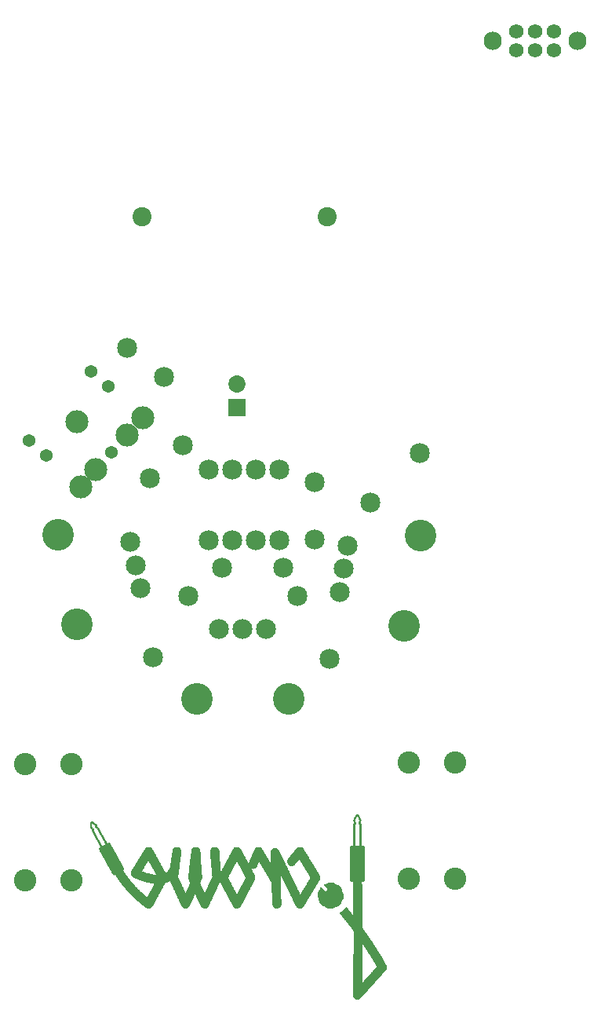
<source format=gts>
G04 MADE WITH FRITZING*
G04 WWW.FRITZING.ORG*
G04 DOUBLE SIDED*
G04 HOLES PLATED*
G04 CONTOUR ON CENTER OF CONTOUR VECTOR*
%ASAXBY*%
%FSLAX23Y23*%
%MOIN*%
%OFA0B0*%
%SFA1.0B1.0*%
%ADD10C,0.085000*%
%ADD11C,0.072992*%
%ADD12C,0.081181*%
%ADD13C,0.061496*%
%ADD14C,0.077244*%
%ADD15C,0.084667*%
%ADD16C,0.084695*%
%ADD17C,0.134033*%
%ADD18C,0.095000*%
%ADD19C,0.097695*%
%ADD20C,0.097722*%
%ADD21C,0.054000*%
%ADD22R,0.072992X0.072992*%
%ADD23C,0.030000*%
%ADD24R,0.001000X0.001000*%
%LNMASK1*%
G90*
G70*
G54D10*
X1458Y2360D03*
X1458Y2116D03*
X899Y2517D03*
X757Y2376D03*
X820Y2808D03*
X662Y2931D03*
G54D11*
X1127Y2679D03*
X1127Y2777D03*
G54D10*
X1064Y1997D03*
X1324Y1997D03*
X1008Y2115D03*
X1008Y2415D03*
X1108Y2115D03*
X1108Y2415D03*
X1208Y2115D03*
X1208Y2415D03*
X1308Y2115D03*
X1308Y2415D03*
G54D12*
X726Y3486D03*
X1513Y3486D03*
X726Y3486D03*
X1513Y3486D03*
G54D13*
X2316Y4273D03*
X2316Y4194D03*
X2395Y4273D03*
X2395Y4194D03*
X2474Y4273D03*
X2474Y4194D03*
G54D14*
X2576Y4234D03*
X2214Y4234D03*
G54D13*
X2316Y4273D03*
X2316Y4194D03*
X2395Y4273D03*
X2395Y4194D03*
X2474Y4273D03*
X2474Y4194D03*
G54D14*
X2576Y4234D03*
X2214Y4234D03*
G54D15*
X1600Y2092D03*
X1582Y1993D03*
G54D16*
X1565Y1895D03*
G54D17*
X1907Y2133D03*
X1839Y1751D03*
G54D15*
X1253Y1738D03*
X1153Y1738D03*
G54D16*
X1053Y1738D03*
G54D17*
X1347Y1442D03*
X959Y1442D03*
G54D15*
X718Y1911D03*
X697Y2009D03*
G54D16*
X676Y2106D03*
G54D17*
X449Y1757D03*
X368Y2137D03*
G54D10*
X1694Y2273D03*
X1906Y2485D03*
X773Y1619D03*
X923Y1879D03*
G54D18*
X1860Y679D03*
X2056Y679D03*
X2056Y1171D03*
X1860Y1171D03*
X1860Y679D03*
X2056Y679D03*
X2056Y1171D03*
X1860Y1171D03*
X230Y671D03*
X426Y671D03*
X426Y1163D03*
X230Y1163D03*
X230Y671D03*
X426Y671D03*
X426Y1163D03*
X230Y1163D03*
G54D19*
X450Y2619D03*
G54D20*
X728Y2634D03*
X662Y2561D03*
G54D19*
X530Y2415D03*
G54D20*
X465Y2342D03*
G54D21*
X509Y2832D03*
X245Y2539D03*
X318Y2473D03*
X596Y2488D03*
X582Y2766D03*
G54D10*
X1521Y1612D03*
X1385Y1879D03*
G54D22*
X1127Y2679D03*
G54D23*
G36*
X981Y2142D02*
X1036Y2142D01*
X1036Y2087D01*
X981Y2087D01*
X981Y2142D01*
G37*
D02*
G54D24*
X1635Y949D02*
X1644Y949D01*
X1634Y948D02*
X1646Y948D01*
X1633Y947D02*
X1646Y947D01*
X1632Y946D02*
X1647Y946D01*
X1632Y945D02*
X1648Y945D01*
X1631Y944D02*
X1648Y944D01*
X1631Y943D02*
X1649Y943D01*
X1630Y942D02*
X1649Y942D01*
X1630Y941D02*
X1650Y941D01*
X1629Y940D02*
X1638Y940D01*
X1642Y940D02*
X1650Y940D01*
X1629Y939D02*
X1637Y939D01*
X1642Y939D02*
X1651Y939D01*
X1628Y938D02*
X1637Y938D01*
X1643Y938D02*
X1651Y938D01*
X1628Y937D02*
X1636Y937D01*
X1643Y937D02*
X1652Y937D01*
X1627Y936D02*
X1636Y936D01*
X1644Y936D02*
X1652Y936D01*
X1627Y935D02*
X1635Y935D01*
X1644Y935D02*
X1653Y935D01*
X1626Y934D02*
X1635Y934D01*
X1645Y934D02*
X1653Y934D01*
X1626Y933D02*
X1634Y933D01*
X1645Y933D02*
X1654Y933D01*
X1625Y932D02*
X1634Y932D01*
X1646Y932D02*
X1654Y932D01*
X1625Y931D02*
X1633Y931D01*
X1646Y931D02*
X1655Y931D01*
X1624Y930D02*
X1633Y930D01*
X1647Y930D02*
X1655Y930D01*
X1624Y929D02*
X1632Y929D01*
X1647Y929D02*
X1656Y929D01*
X1623Y928D02*
X1632Y928D01*
X1648Y928D02*
X1656Y928D01*
X1623Y927D02*
X1631Y927D01*
X1648Y927D02*
X1656Y927D01*
X1622Y926D02*
X1631Y926D01*
X1649Y926D02*
X1657Y926D01*
X1623Y925D02*
X1631Y925D01*
X1649Y925D02*
X1657Y925D01*
X1623Y924D02*
X1631Y924D01*
X1649Y924D02*
X1657Y924D01*
X1623Y923D02*
X1631Y923D01*
X1648Y923D02*
X1656Y923D01*
X1623Y922D02*
X1632Y922D01*
X1648Y922D02*
X1656Y922D01*
X1624Y921D02*
X1632Y921D01*
X1648Y921D02*
X1656Y921D01*
X512Y920D02*
X515Y920D01*
X1624Y920D02*
X1632Y920D01*
X1647Y920D02*
X1655Y920D01*
X509Y919D02*
X517Y919D01*
X1624Y919D02*
X1632Y919D01*
X1647Y919D02*
X1655Y919D01*
X508Y918D02*
X519Y918D01*
X1625Y918D02*
X1633Y918D01*
X1647Y918D02*
X1655Y918D01*
X506Y917D02*
X520Y917D01*
X1625Y917D02*
X1633Y917D01*
X1647Y917D02*
X1655Y917D01*
X505Y916D02*
X521Y916D01*
X1625Y916D02*
X1633Y916D01*
X1646Y916D02*
X1654Y916D01*
X505Y915D02*
X523Y915D01*
X1625Y915D02*
X1634Y915D01*
X1646Y915D02*
X1654Y915D01*
X504Y914D02*
X524Y914D01*
X1625Y914D02*
X1634Y914D01*
X1646Y914D02*
X1655Y914D01*
X504Y913D02*
X526Y913D01*
X1624Y913D02*
X1634Y913D01*
X1645Y913D02*
X1656Y913D01*
X504Y912D02*
X527Y912D01*
X1623Y912D02*
X1634Y912D01*
X1645Y912D02*
X1656Y912D01*
X504Y911D02*
X512Y911D01*
X514Y911D02*
X528Y911D01*
X1622Y911D02*
X1634Y911D01*
X1645Y911D02*
X1657Y911D01*
X504Y910D02*
X512Y910D01*
X516Y910D02*
X530Y910D01*
X1622Y910D02*
X1634Y910D01*
X1645Y910D02*
X1657Y910D01*
X504Y909D02*
X512Y909D01*
X517Y909D02*
X531Y909D01*
X1622Y909D02*
X1634Y909D01*
X1646Y909D02*
X1657Y909D01*
X504Y908D02*
X512Y908D01*
X519Y908D02*
X532Y908D01*
X1622Y908D02*
X1633Y908D01*
X1647Y908D02*
X1657Y908D01*
X504Y907D02*
X512Y907D01*
X520Y907D02*
X532Y907D01*
X1622Y907D02*
X1630Y907D01*
X1649Y907D02*
X1657Y907D01*
X504Y906D02*
X512Y906D01*
X522Y906D02*
X533Y906D01*
X1622Y906D02*
X1630Y906D01*
X1650Y906D02*
X1658Y906D01*
X504Y905D02*
X512Y905D01*
X523Y905D02*
X533Y905D01*
X1622Y905D02*
X1630Y905D01*
X1650Y905D02*
X1658Y905D01*
X504Y904D02*
X512Y904D01*
X525Y904D02*
X533Y904D01*
X1622Y904D02*
X1630Y904D01*
X1650Y904D02*
X1658Y904D01*
X504Y903D02*
X512Y903D01*
X526Y903D02*
X533Y903D01*
X1622Y903D02*
X1630Y903D01*
X1650Y903D02*
X1658Y903D01*
X505Y902D02*
X512Y902D01*
X526Y902D02*
X534Y902D01*
X1622Y902D02*
X1630Y902D01*
X1650Y902D02*
X1658Y902D01*
X505Y901D02*
X512Y901D01*
X526Y901D02*
X534Y901D01*
X1622Y901D02*
X1630Y901D01*
X1650Y901D02*
X1658Y901D01*
X505Y900D02*
X512Y900D01*
X526Y900D02*
X534Y900D01*
X1622Y900D02*
X1630Y900D01*
X1650Y900D02*
X1658Y900D01*
X505Y899D02*
X512Y899D01*
X526Y899D02*
X535Y899D01*
X1622Y899D02*
X1630Y899D01*
X1650Y899D02*
X1658Y899D01*
X505Y898D02*
X512Y898D01*
X527Y898D02*
X537Y898D01*
X1622Y898D02*
X1630Y898D01*
X1650Y898D02*
X1658Y898D01*
X505Y897D02*
X513Y897D01*
X527Y897D02*
X538Y897D01*
X1622Y897D02*
X1630Y897D01*
X1650Y897D02*
X1658Y897D01*
X505Y896D02*
X513Y896D01*
X527Y896D02*
X539Y896D01*
X1622Y896D02*
X1630Y896D01*
X1650Y896D02*
X1658Y896D01*
X505Y895D02*
X514Y895D01*
X527Y895D02*
X539Y895D01*
X1622Y895D02*
X1630Y895D01*
X1650Y895D02*
X1658Y895D01*
X505Y894D02*
X515Y894D01*
X528Y894D02*
X540Y894D01*
X1622Y894D02*
X1630Y894D01*
X1650Y894D02*
X1658Y894D01*
X506Y893D02*
X516Y893D01*
X528Y893D02*
X541Y893D01*
X1622Y893D02*
X1630Y893D01*
X1650Y893D02*
X1658Y893D01*
X506Y892D02*
X517Y892D01*
X528Y892D02*
X541Y892D01*
X1622Y892D02*
X1630Y892D01*
X1650Y892D02*
X1658Y892D01*
X507Y891D02*
X518Y891D01*
X529Y891D02*
X542Y891D01*
X1622Y891D02*
X1630Y891D01*
X1650Y891D02*
X1658Y891D01*
X508Y890D02*
X519Y890D01*
X530Y890D02*
X543Y890D01*
X1622Y890D02*
X1630Y890D01*
X1650Y890D02*
X1658Y890D01*
X509Y889D02*
X520Y889D01*
X534Y889D02*
X543Y889D01*
X1622Y889D02*
X1630Y889D01*
X1650Y889D02*
X1658Y889D01*
X510Y888D02*
X521Y888D01*
X535Y888D02*
X544Y888D01*
X1622Y888D02*
X1630Y888D01*
X1650Y888D02*
X1658Y888D01*
X511Y887D02*
X521Y887D01*
X536Y887D02*
X544Y887D01*
X1622Y887D02*
X1630Y887D01*
X1650Y887D02*
X1658Y887D01*
X512Y886D02*
X522Y886D01*
X536Y886D02*
X545Y886D01*
X1622Y886D02*
X1630Y886D01*
X1650Y886D02*
X1658Y886D01*
X512Y885D02*
X522Y885D01*
X537Y885D02*
X545Y885D01*
X1622Y885D02*
X1630Y885D01*
X1650Y885D02*
X1658Y885D01*
X512Y884D02*
X521Y884D01*
X537Y884D02*
X546Y884D01*
X1622Y884D02*
X1630Y884D01*
X1650Y884D02*
X1658Y884D01*
X512Y883D02*
X521Y883D01*
X538Y883D02*
X547Y883D01*
X1622Y883D02*
X1630Y883D01*
X1650Y883D02*
X1658Y883D01*
X512Y882D02*
X520Y882D01*
X538Y882D02*
X547Y882D01*
X1622Y882D02*
X1630Y882D01*
X1650Y882D02*
X1658Y882D01*
X512Y881D02*
X520Y881D01*
X539Y881D02*
X548Y881D01*
X1622Y881D02*
X1630Y881D01*
X1650Y881D02*
X1658Y881D01*
X512Y880D02*
X521Y880D01*
X539Y880D02*
X548Y880D01*
X1622Y880D02*
X1630Y880D01*
X1650Y880D02*
X1658Y880D01*
X512Y879D02*
X521Y879D01*
X540Y879D02*
X549Y879D01*
X1622Y879D02*
X1630Y879D01*
X1650Y879D02*
X1658Y879D01*
X513Y878D02*
X522Y878D01*
X541Y878D02*
X549Y878D01*
X1622Y878D02*
X1630Y878D01*
X1650Y878D02*
X1658Y878D01*
X513Y877D02*
X522Y877D01*
X541Y877D02*
X550Y877D01*
X1622Y877D02*
X1630Y877D01*
X1650Y877D02*
X1658Y877D01*
X514Y876D02*
X523Y876D01*
X542Y876D02*
X551Y876D01*
X1622Y876D02*
X1630Y876D01*
X1650Y876D02*
X1658Y876D01*
X514Y875D02*
X523Y875D01*
X542Y875D02*
X551Y875D01*
X1622Y875D02*
X1630Y875D01*
X1650Y875D02*
X1658Y875D01*
X515Y874D02*
X524Y874D01*
X543Y874D02*
X552Y874D01*
X1622Y874D02*
X1630Y874D01*
X1650Y874D02*
X1658Y874D01*
X516Y873D02*
X525Y873D01*
X543Y873D02*
X552Y873D01*
X1622Y873D02*
X1630Y873D01*
X1650Y873D02*
X1658Y873D01*
X516Y872D02*
X525Y872D01*
X544Y872D02*
X553Y872D01*
X1622Y872D02*
X1630Y872D01*
X1650Y872D02*
X1658Y872D01*
X517Y871D02*
X526Y871D01*
X544Y871D02*
X553Y871D01*
X1622Y871D02*
X1630Y871D01*
X1650Y871D02*
X1658Y871D01*
X517Y870D02*
X526Y870D01*
X545Y870D02*
X554Y870D01*
X1622Y870D02*
X1630Y870D01*
X1650Y870D02*
X1658Y870D01*
X518Y869D02*
X527Y869D01*
X546Y869D02*
X554Y869D01*
X1622Y869D02*
X1630Y869D01*
X1650Y869D02*
X1658Y869D01*
X518Y868D02*
X527Y868D01*
X546Y868D02*
X555Y868D01*
X1622Y868D02*
X1630Y868D01*
X1650Y868D02*
X1658Y868D01*
X519Y867D02*
X528Y867D01*
X547Y867D02*
X556Y867D01*
X1622Y867D02*
X1630Y867D01*
X1650Y867D02*
X1658Y867D01*
X519Y866D02*
X528Y866D01*
X547Y866D02*
X556Y866D01*
X1622Y866D02*
X1630Y866D01*
X1650Y866D02*
X1658Y866D01*
X520Y865D02*
X529Y865D01*
X548Y865D02*
X557Y865D01*
X1622Y865D02*
X1630Y865D01*
X1650Y865D02*
X1658Y865D01*
X521Y864D02*
X529Y864D01*
X548Y864D02*
X557Y864D01*
X1622Y864D02*
X1630Y864D01*
X1650Y864D02*
X1658Y864D01*
X521Y863D02*
X530Y863D01*
X549Y863D02*
X558Y863D01*
X1622Y863D02*
X1630Y863D01*
X1650Y863D02*
X1658Y863D01*
X522Y862D02*
X531Y862D01*
X549Y862D02*
X558Y862D01*
X1622Y862D02*
X1630Y862D01*
X1650Y862D02*
X1658Y862D01*
X522Y861D02*
X531Y861D01*
X550Y861D02*
X559Y861D01*
X1622Y861D02*
X1630Y861D01*
X1650Y861D02*
X1658Y861D01*
X523Y860D02*
X532Y860D01*
X550Y860D02*
X559Y860D01*
X1622Y860D02*
X1630Y860D01*
X1650Y860D02*
X1658Y860D01*
X523Y859D02*
X532Y859D01*
X551Y859D02*
X560Y859D01*
X1622Y859D02*
X1630Y859D01*
X1650Y859D02*
X1658Y859D01*
X524Y858D02*
X533Y858D01*
X552Y858D02*
X560Y858D01*
X1622Y858D02*
X1630Y858D01*
X1650Y858D02*
X1658Y858D01*
X524Y857D02*
X533Y857D01*
X552Y857D02*
X561Y857D01*
X1622Y857D02*
X1630Y857D01*
X1650Y857D02*
X1658Y857D01*
X525Y856D02*
X534Y856D01*
X553Y856D02*
X562Y856D01*
X1622Y856D02*
X1630Y856D01*
X1650Y856D02*
X1658Y856D01*
X526Y855D02*
X534Y855D01*
X553Y855D02*
X562Y855D01*
X1622Y855D02*
X1630Y855D01*
X1650Y855D02*
X1658Y855D01*
X526Y854D02*
X535Y854D01*
X554Y854D02*
X563Y854D01*
X1622Y854D02*
X1630Y854D01*
X1650Y854D02*
X1658Y854D01*
X527Y853D02*
X536Y853D01*
X554Y853D02*
X563Y853D01*
X1622Y853D02*
X1630Y853D01*
X1650Y853D02*
X1658Y853D01*
X527Y852D02*
X536Y852D01*
X555Y852D02*
X564Y852D01*
X1622Y852D02*
X1630Y852D01*
X1650Y852D02*
X1658Y852D01*
X528Y851D02*
X537Y851D01*
X555Y851D02*
X564Y851D01*
X1622Y851D02*
X1630Y851D01*
X1650Y851D02*
X1658Y851D01*
X528Y850D02*
X537Y850D01*
X556Y850D02*
X565Y850D01*
X1622Y850D02*
X1630Y850D01*
X1650Y850D02*
X1658Y850D01*
X529Y849D02*
X538Y849D01*
X557Y849D02*
X565Y849D01*
X1622Y849D02*
X1630Y849D01*
X1650Y849D02*
X1658Y849D01*
X529Y848D02*
X538Y848D01*
X557Y848D02*
X566Y848D01*
X1622Y848D02*
X1630Y848D01*
X1650Y848D02*
X1658Y848D01*
X530Y847D02*
X539Y847D01*
X558Y847D02*
X567Y847D01*
X1622Y847D02*
X1630Y847D01*
X1650Y847D02*
X1658Y847D01*
X530Y846D02*
X539Y846D01*
X558Y846D02*
X567Y846D01*
X1622Y846D02*
X1630Y846D01*
X1650Y846D02*
X1658Y846D01*
X531Y845D02*
X540Y845D01*
X559Y845D02*
X568Y845D01*
X1622Y845D02*
X1630Y845D01*
X1650Y845D02*
X1658Y845D01*
X532Y844D02*
X540Y844D01*
X559Y844D02*
X568Y844D01*
X1622Y844D02*
X1630Y844D01*
X1650Y844D02*
X1658Y844D01*
X532Y843D02*
X541Y843D01*
X560Y843D02*
X569Y843D01*
X1622Y843D02*
X1630Y843D01*
X1650Y843D02*
X1658Y843D01*
X533Y842D02*
X542Y842D01*
X560Y842D02*
X569Y842D01*
X1622Y842D02*
X1630Y842D01*
X1650Y842D02*
X1658Y842D01*
X533Y841D02*
X542Y841D01*
X561Y841D02*
X570Y841D01*
X1622Y841D02*
X1630Y841D01*
X1650Y841D02*
X1658Y841D01*
X534Y840D02*
X543Y840D01*
X562Y840D02*
X570Y840D01*
X1622Y840D02*
X1630Y840D01*
X1650Y840D02*
X1658Y840D01*
X534Y839D02*
X543Y839D01*
X562Y839D02*
X571Y839D01*
X1622Y839D02*
X1630Y839D01*
X1650Y839D02*
X1658Y839D01*
X535Y838D02*
X544Y838D01*
X563Y838D02*
X572Y838D01*
X1622Y838D02*
X1630Y838D01*
X1650Y838D02*
X1658Y838D01*
X535Y837D02*
X544Y837D01*
X563Y837D02*
X572Y837D01*
X1622Y837D02*
X1630Y837D01*
X1650Y837D02*
X1658Y837D01*
X536Y836D02*
X545Y836D01*
X564Y836D02*
X573Y836D01*
X1622Y836D02*
X1630Y836D01*
X1650Y836D02*
X1658Y836D01*
X537Y835D02*
X545Y835D01*
X564Y835D02*
X573Y835D01*
X1622Y835D02*
X1630Y835D01*
X1650Y835D02*
X1658Y835D01*
X537Y834D02*
X546Y834D01*
X565Y834D02*
X574Y834D01*
X1622Y834D02*
X1630Y834D01*
X1650Y834D02*
X1658Y834D01*
X538Y833D02*
X547Y833D01*
X565Y833D02*
X574Y833D01*
X1622Y833D02*
X1630Y833D01*
X1650Y833D02*
X1658Y833D01*
X538Y832D02*
X547Y832D01*
X566Y832D02*
X575Y832D01*
X1622Y832D02*
X1630Y832D01*
X1650Y832D02*
X1658Y832D01*
X539Y831D02*
X548Y831D01*
X566Y831D02*
X576Y831D01*
X1622Y831D02*
X1630Y831D01*
X1650Y831D02*
X1658Y831D01*
X539Y830D02*
X548Y830D01*
X567Y830D02*
X576Y830D01*
X585Y830D02*
X585Y830D01*
X1622Y830D02*
X1630Y830D01*
X1650Y830D02*
X1658Y830D01*
X540Y829D02*
X549Y829D01*
X567Y829D02*
X577Y829D01*
X582Y829D02*
X588Y829D01*
X1622Y829D02*
X1630Y829D01*
X1650Y829D02*
X1658Y829D01*
X540Y828D02*
X549Y828D01*
X568Y828D02*
X577Y828D01*
X579Y828D02*
X589Y828D01*
X1622Y828D02*
X1630Y828D01*
X1650Y828D02*
X1658Y828D01*
X541Y827D02*
X550Y827D01*
X569Y827D02*
X590Y827D01*
X1622Y827D02*
X1630Y827D01*
X1650Y827D02*
X1658Y827D01*
X541Y826D02*
X550Y826D01*
X569Y826D02*
X591Y826D01*
X1622Y826D02*
X1630Y826D01*
X1650Y826D02*
X1658Y826D01*
X542Y825D02*
X551Y825D01*
X570Y825D02*
X591Y825D01*
X1622Y825D02*
X1630Y825D01*
X1650Y825D02*
X1658Y825D01*
X543Y824D02*
X552Y824D01*
X570Y824D02*
X592Y824D01*
X1622Y824D02*
X1630Y824D01*
X1650Y824D02*
X1658Y824D01*
X543Y823D02*
X552Y823D01*
X570Y823D02*
X592Y823D01*
X1622Y823D02*
X1630Y823D01*
X1650Y823D02*
X1658Y823D01*
X544Y822D02*
X553Y822D01*
X568Y822D02*
X593Y822D01*
X1622Y822D02*
X1630Y822D01*
X1650Y822D02*
X1658Y822D01*
X544Y821D02*
X553Y821D01*
X567Y821D02*
X593Y821D01*
X1622Y821D02*
X1630Y821D01*
X1650Y821D02*
X1658Y821D01*
X545Y820D02*
X554Y820D01*
X565Y820D02*
X594Y820D01*
X1622Y820D02*
X1630Y820D01*
X1650Y820D02*
X1658Y820D01*
X545Y819D02*
X554Y819D01*
X563Y819D02*
X595Y819D01*
X1622Y819D02*
X1630Y819D01*
X1649Y819D02*
X1658Y819D01*
X546Y818D02*
X555Y818D01*
X561Y818D02*
X595Y818D01*
X1615Y818D02*
X1665Y818D01*
X546Y817D02*
X556Y817D01*
X560Y817D02*
X596Y817D01*
X1612Y817D02*
X1667Y817D01*
X547Y816D02*
X596Y816D01*
X1611Y816D02*
X1669Y816D01*
X547Y815D02*
X597Y815D01*
X1610Y815D02*
X1669Y815D01*
X548Y814D02*
X597Y814D01*
X1609Y814D02*
X1670Y814D01*
X548Y813D02*
X598Y813D01*
X1609Y813D02*
X1671Y813D01*
X549Y812D02*
X598Y812D01*
X749Y812D02*
X758Y812D01*
X869Y812D02*
X877Y812D01*
X949Y812D02*
X958Y812D01*
X1029Y812D02*
X1039Y812D01*
X1124Y812D02*
X1133Y812D01*
X1216Y812D02*
X1224Y812D01*
X1391Y812D02*
X1401Y812D01*
X1609Y812D02*
X1671Y812D01*
X548Y811D02*
X599Y811D01*
X746Y811D02*
X761Y811D01*
X866Y811D02*
X880Y811D01*
X946Y811D02*
X961Y811D01*
X1027Y811D02*
X1042Y811D01*
X1121Y811D02*
X1135Y811D01*
X1213Y811D02*
X1227Y811D01*
X1388Y811D02*
X1403Y811D01*
X1609Y811D02*
X1671Y811D01*
X547Y810D02*
X600Y810D01*
X744Y810D02*
X763Y810D01*
X864Y810D02*
X882Y810D01*
X944Y810D02*
X963Y810D01*
X1025Y810D02*
X1043Y810D01*
X1119Y810D02*
X1137Y810D01*
X1211Y810D02*
X1229Y810D01*
X1387Y810D02*
X1405Y810D01*
X1609Y810D02*
X1671Y810D01*
X546Y809D02*
X600Y809D01*
X743Y809D02*
X764Y809D01*
X862Y809D02*
X884Y809D01*
X943Y809D02*
X964Y809D01*
X1023Y809D02*
X1045Y809D01*
X1117Y809D02*
X1139Y809D01*
X1209Y809D02*
X1231Y809D01*
X1385Y809D02*
X1407Y809D01*
X1609Y809D02*
X1671Y809D01*
X545Y808D02*
X601Y808D01*
X741Y808D02*
X765Y808D01*
X861Y808D02*
X885Y808D01*
X941Y808D02*
X966Y808D01*
X1022Y808D02*
X1046Y808D01*
X1116Y808D02*
X1140Y808D01*
X1208Y808D02*
X1232Y808D01*
X1384Y808D02*
X1408Y808D01*
X1609Y808D02*
X1671Y808D01*
X544Y807D02*
X601Y807D01*
X740Y807D02*
X767Y807D01*
X860Y807D02*
X886Y807D01*
X940Y807D02*
X967Y807D01*
X1021Y807D02*
X1047Y807D01*
X1115Y807D02*
X1141Y807D01*
X1207Y807D02*
X1233Y807D01*
X1285Y807D02*
X1295Y807D01*
X1383Y807D02*
X1409Y807D01*
X1609Y807D02*
X1671Y807D01*
X543Y806D02*
X602Y806D01*
X740Y806D02*
X768Y806D01*
X859Y806D02*
X887Y806D01*
X940Y806D02*
X968Y806D01*
X1020Y806D02*
X1048Y806D01*
X1114Y806D02*
X1142Y806D01*
X1206Y806D02*
X1234Y806D01*
X1283Y806D02*
X1297Y806D01*
X1382Y806D02*
X1410Y806D01*
X1609Y806D02*
X1671Y806D01*
X543Y805D02*
X602Y805D01*
X739Y805D02*
X768Y805D01*
X858Y805D02*
X888Y805D01*
X939Y805D02*
X968Y805D01*
X1019Y805D02*
X1049Y805D01*
X1114Y805D02*
X1143Y805D01*
X1205Y805D02*
X1235Y805D01*
X1281Y805D02*
X1299Y805D01*
X1381Y805D02*
X1411Y805D01*
X1609Y805D02*
X1671Y805D01*
X543Y804D02*
X603Y804D01*
X738Y804D02*
X769Y804D01*
X857Y804D02*
X889Y804D01*
X938Y804D02*
X969Y804D01*
X1019Y804D02*
X1050Y804D01*
X1113Y804D02*
X1144Y804D01*
X1205Y804D02*
X1235Y804D01*
X1279Y804D02*
X1301Y804D01*
X1380Y804D02*
X1411Y804D01*
X1609Y804D02*
X1671Y804D01*
X543Y803D02*
X603Y803D01*
X738Y803D02*
X769Y803D01*
X857Y803D02*
X889Y803D01*
X937Y803D02*
X970Y803D01*
X1018Y803D02*
X1050Y803D01*
X1112Y803D02*
X1144Y803D01*
X1204Y803D02*
X1236Y803D01*
X1278Y803D02*
X1302Y803D01*
X1379Y803D02*
X1412Y803D01*
X1609Y803D02*
X1671Y803D01*
X543Y802D02*
X604Y802D01*
X737Y802D02*
X770Y802D01*
X856Y802D02*
X890Y802D01*
X937Y802D02*
X970Y802D01*
X1017Y802D02*
X1051Y802D01*
X1112Y802D02*
X1145Y802D01*
X1204Y802D02*
X1237Y802D01*
X1277Y802D02*
X1303Y802D01*
X1378Y802D02*
X1413Y802D01*
X1609Y802D02*
X1671Y802D01*
X543Y801D02*
X605Y801D01*
X736Y801D02*
X771Y801D01*
X856Y801D02*
X890Y801D01*
X936Y801D02*
X971Y801D01*
X1017Y801D02*
X1051Y801D01*
X1111Y801D02*
X1145Y801D01*
X1203Y801D02*
X1237Y801D01*
X1276Y801D02*
X1304Y801D01*
X1378Y801D02*
X1413Y801D01*
X1609Y801D02*
X1671Y801D01*
X544Y800D02*
X605Y800D01*
X736Y800D02*
X771Y800D01*
X855Y800D02*
X891Y800D01*
X936Y800D02*
X971Y800D01*
X1017Y800D02*
X1052Y800D01*
X1111Y800D02*
X1146Y800D01*
X1203Y800D02*
X1238Y800D01*
X1275Y800D02*
X1305Y800D01*
X1377Y800D02*
X1414Y800D01*
X1609Y800D02*
X1671Y800D01*
X544Y799D02*
X606Y799D01*
X735Y799D02*
X772Y799D01*
X855Y799D02*
X891Y799D01*
X936Y799D02*
X972Y799D01*
X1016Y799D02*
X1052Y799D01*
X1110Y799D02*
X1147Y799D01*
X1202Y799D02*
X1239Y799D01*
X1274Y799D02*
X1305Y799D01*
X1376Y799D02*
X1415Y799D01*
X1609Y799D02*
X1671Y799D01*
X545Y798D02*
X606Y798D01*
X734Y798D02*
X772Y798D01*
X855Y798D02*
X891Y798D01*
X935Y798D02*
X972Y798D01*
X1016Y798D02*
X1052Y798D01*
X1110Y798D02*
X1147Y798D01*
X1202Y798D02*
X1239Y798D01*
X1274Y798D02*
X1306Y798D01*
X1375Y798D02*
X1415Y798D01*
X1609Y798D02*
X1671Y798D01*
X545Y797D02*
X607Y797D01*
X734Y797D02*
X773Y797D01*
X855Y797D02*
X892Y797D01*
X935Y797D02*
X972Y797D01*
X1016Y797D02*
X1052Y797D01*
X1109Y797D02*
X1148Y797D01*
X1201Y797D02*
X1240Y797D01*
X1273Y797D02*
X1306Y797D01*
X1374Y797D02*
X1416Y797D01*
X1609Y797D02*
X1671Y797D01*
X546Y796D02*
X607Y796D01*
X733Y796D02*
X773Y796D01*
X855Y796D02*
X892Y796D01*
X935Y796D02*
X972Y796D01*
X1015Y796D02*
X1053Y796D01*
X1108Y796D02*
X1148Y796D01*
X1201Y796D02*
X1240Y796D01*
X1273Y796D02*
X1307Y796D01*
X1373Y796D02*
X1416Y796D01*
X1609Y796D02*
X1671Y796D01*
X546Y795D02*
X608Y795D01*
X732Y795D02*
X774Y795D01*
X854Y795D02*
X892Y795D01*
X935Y795D02*
X972Y795D01*
X1015Y795D02*
X1053Y795D01*
X1108Y795D02*
X1149Y795D01*
X1200Y795D02*
X1241Y795D01*
X1272Y795D02*
X1308Y795D01*
X1373Y795D02*
X1417Y795D01*
X1609Y795D02*
X1671Y795D01*
X547Y794D02*
X608Y794D01*
X732Y794D02*
X775Y794D01*
X854Y794D02*
X892Y794D01*
X935Y794D02*
X972Y794D01*
X1015Y794D02*
X1053Y794D01*
X1107Y794D02*
X1149Y794D01*
X1200Y794D02*
X1242Y794D01*
X1272Y794D02*
X1308Y794D01*
X1372Y794D02*
X1418Y794D01*
X1609Y794D02*
X1671Y794D01*
X547Y793D02*
X609Y793D01*
X731Y793D02*
X775Y793D01*
X854Y793D02*
X892Y793D01*
X935Y793D02*
X972Y793D01*
X1015Y793D02*
X1053Y793D01*
X1107Y793D02*
X1150Y793D01*
X1199Y793D02*
X1242Y793D01*
X1272Y793D02*
X1309Y793D01*
X1371Y793D02*
X1418Y793D01*
X1609Y793D02*
X1671Y793D01*
X548Y792D02*
X610Y792D01*
X731Y792D02*
X776Y792D01*
X854Y792D02*
X892Y792D01*
X934Y792D02*
X973Y792D01*
X1015Y792D02*
X1053Y792D01*
X1106Y792D02*
X1150Y792D01*
X1199Y792D02*
X1243Y792D01*
X1272Y792D02*
X1309Y792D01*
X1370Y792D02*
X1419Y792D01*
X1609Y792D02*
X1671Y792D01*
X548Y791D02*
X610Y791D01*
X730Y791D02*
X776Y791D01*
X854Y791D02*
X892Y791D01*
X934Y791D02*
X973Y791D01*
X1015Y791D02*
X1053Y791D01*
X1106Y791D02*
X1151Y791D01*
X1199Y791D02*
X1243Y791D01*
X1271Y791D02*
X1310Y791D01*
X1369Y791D02*
X1419Y791D01*
X1609Y791D02*
X1671Y791D01*
X549Y790D02*
X611Y790D01*
X729Y790D02*
X777Y790D01*
X854Y790D02*
X892Y790D01*
X934Y790D02*
X973Y790D01*
X1015Y790D02*
X1053Y790D01*
X1105Y790D02*
X1151Y790D01*
X1198Y790D02*
X1244Y790D01*
X1271Y790D02*
X1310Y790D01*
X1368Y790D02*
X1420Y790D01*
X1609Y790D02*
X1671Y790D01*
X550Y789D02*
X611Y789D01*
X729Y789D02*
X777Y789D01*
X854Y789D02*
X891Y789D01*
X934Y789D02*
X973Y789D01*
X1015Y789D02*
X1053Y789D01*
X1104Y789D02*
X1152Y789D01*
X1198Y789D02*
X1244Y789D01*
X1271Y789D02*
X1311Y789D01*
X1368Y789D02*
X1421Y789D01*
X1609Y789D02*
X1671Y789D01*
X550Y788D02*
X612Y788D01*
X728Y788D02*
X778Y788D01*
X853Y788D02*
X891Y788D01*
X934Y788D02*
X973Y788D01*
X1016Y788D02*
X1053Y788D01*
X1104Y788D02*
X1152Y788D01*
X1197Y788D02*
X1245Y788D01*
X1271Y788D02*
X1311Y788D01*
X1367Y788D02*
X1421Y788D01*
X1609Y788D02*
X1671Y788D01*
X551Y787D02*
X612Y787D01*
X727Y787D02*
X778Y787D01*
X853Y787D02*
X891Y787D01*
X934Y787D02*
X973Y787D01*
X1016Y787D02*
X1054Y787D01*
X1103Y787D02*
X1153Y787D01*
X1197Y787D02*
X1246Y787D01*
X1271Y787D02*
X1312Y787D01*
X1366Y787D02*
X1422Y787D01*
X1609Y787D02*
X1671Y787D01*
X551Y786D02*
X613Y786D01*
X727Y786D02*
X779Y786D01*
X853Y786D02*
X891Y786D01*
X934Y786D02*
X973Y786D01*
X1016Y786D02*
X1054Y786D01*
X1103Y786D02*
X1154Y786D01*
X1196Y786D02*
X1246Y786D01*
X1271Y786D02*
X1312Y786D01*
X1365Y786D02*
X1422Y786D01*
X1609Y786D02*
X1671Y786D01*
X552Y785D02*
X613Y785D01*
X726Y785D02*
X780Y785D01*
X853Y785D02*
X891Y785D01*
X934Y785D02*
X973Y785D01*
X1016Y785D02*
X1054Y785D01*
X1102Y785D02*
X1154Y785D01*
X1196Y785D02*
X1247Y785D01*
X1271Y785D02*
X1313Y785D01*
X1364Y785D02*
X1423Y785D01*
X1609Y785D02*
X1671Y785D01*
X552Y784D02*
X614Y784D01*
X725Y784D02*
X780Y784D01*
X853Y784D02*
X891Y784D01*
X933Y784D02*
X973Y784D01*
X1016Y784D02*
X1054Y784D01*
X1102Y784D02*
X1155Y784D01*
X1196Y784D02*
X1247Y784D01*
X1271Y784D02*
X1313Y784D01*
X1363Y784D02*
X1424Y784D01*
X1609Y784D02*
X1671Y784D01*
X553Y783D02*
X615Y783D01*
X725Y783D02*
X781Y783D01*
X853Y783D02*
X891Y783D01*
X933Y783D02*
X973Y783D01*
X1016Y783D02*
X1054Y783D01*
X1101Y783D02*
X1155Y783D01*
X1195Y783D02*
X1248Y783D01*
X1271Y783D02*
X1314Y783D01*
X1363Y783D02*
X1424Y783D01*
X1609Y783D02*
X1671Y783D01*
X553Y782D02*
X615Y782D01*
X724Y782D02*
X781Y782D01*
X853Y782D02*
X891Y782D01*
X933Y782D02*
X973Y782D01*
X1016Y782D02*
X1054Y782D01*
X1101Y782D02*
X1156Y782D01*
X1195Y782D02*
X1249Y782D01*
X1271Y782D02*
X1314Y782D01*
X1362Y782D02*
X1425Y782D01*
X1609Y782D02*
X1671Y782D01*
X554Y781D02*
X616Y781D01*
X724Y781D02*
X782Y781D01*
X852Y781D02*
X891Y781D01*
X933Y781D02*
X973Y781D01*
X1016Y781D02*
X1054Y781D01*
X1100Y781D02*
X1156Y781D01*
X1194Y781D02*
X1249Y781D01*
X1271Y781D02*
X1315Y781D01*
X1361Y781D02*
X1426Y781D01*
X1609Y781D02*
X1671Y781D01*
X554Y780D02*
X616Y780D01*
X723Y780D02*
X782Y780D01*
X852Y780D02*
X890Y780D01*
X933Y780D02*
X973Y780D01*
X1016Y780D02*
X1054Y780D01*
X1100Y780D02*
X1157Y780D01*
X1194Y780D02*
X1250Y780D01*
X1271Y780D02*
X1315Y780D01*
X1360Y780D02*
X1426Y780D01*
X1609Y780D02*
X1671Y780D01*
X555Y779D02*
X617Y779D01*
X722Y779D02*
X783Y779D01*
X852Y779D02*
X890Y779D01*
X933Y779D02*
X974Y779D01*
X1016Y779D02*
X1054Y779D01*
X1099Y779D02*
X1157Y779D01*
X1193Y779D02*
X1250Y779D01*
X1271Y779D02*
X1316Y779D01*
X1359Y779D02*
X1427Y779D01*
X1609Y779D02*
X1671Y779D01*
X556Y778D02*
X617Y778D01*
X722Y778D02*
X783Y778D01*
X852Y778D02*
X890Y778D01*
X933Y778D02*
X974Y778D01*
X1016Y778D02*
X1054Y778D01*
X1099Y778D02*
X1158Y778D01*
X1193Y778D02*
X1251Y778D01*
X1271Y778D02*
X1316Y778D01*
X1359Y778D02*
X1427Y778D01*
X1609Y778D02*
X1671Y778D01*
X556Y777D02*
X618Y777D01*
X721Y777D02*
X784Y777D01*
X852Y777D02*
X890Y777D01*
X933Y777D02*
X974Y777D01*
X1016Y777D02*
X1054Y777D01*
X1098Y777D02*
X1158Y777D01*
X1192Y777D02*
X1252Y777D01*
X1271Y777D02*
X1316Y777D01*
X1358Y777D02*
X1428Y777D01*
X1609Y777D02*
X1671Y777D01*
X557Y776D02*
X618Y776D01*
X721Y776D02*
X784Y776D01*
X852Y776D02*
X890Y776D01*
X932Y776D02*
X974Y776D01*
X1016Y776D02*
X1054Y776D01*
X1097Y776D02*
X1159Y776D01*
X1192Y776D02*
X1252Y776D01*
X1271Y776D02*
X1317Y776D01*
X1357Y776D02*
X1429Y776D01*
X1609Y776D02*
X1671Y776D01*
X557Y775D02*
X619Y775D01*
X720Y775D02*
X785Y775D01*
X852Y775D02*
X890Y775D01*
X932Y775D02*
X974Y775D01*
X1017Y775D02*
X1054Y775D01*
X1097Y775D02*
X1159Y775D01*
X1192Y775D02*
X1253Y775D01*
X1271Y775D02*
X1317Y775D01*
X1356Y775D02*
X1429Y775D01*
X1609Y775D02*
X1671Y775D01*
X558Y774D02*
X620Y774D01*
X719Y774D02*
X786Y774D01*
X852Y774D02*
X890Y774D01*
X932Y774D02*
X974Y774D01*
X1017Y774D02*
X1055Y774D01*
X1096Y774D02*
X1160Y774D01*
X1191Y774D02*
X1253Y774D01*
X1271Y774D02*
X1318Y774D01*
X1355Y774D02*
X1430Y774D01*
X1609Y774D02*
X1671Y774D01*
X558Y773D02*
X620Y773D01*
X719Y773D02*
X786Y773D01*
X851Y773D02*
X890Y773D01*
X932Y773D02*
X974Y773D01*
X1017Y773D02*
X1055Y773D01*
X1096Y773D02*
X1161Y773D01*
X1191Y773D02*
X1254Y773D01*
X1271Y773D02*
X1318Y773D01*
X1354Y773D02*
X1430Y773D01*
X1609Y773D02*
X1671Y773D01*
X559Y772D02*
X621Y772D01*
X718Y772D02*
X787Y772D01*
X851Y772D02*
X889Y772D01*
X932Y772D02*
X974Y772D01*
X1017Y772D02*
X1055Y772D01*
X1095Y772D02*
X1161Y772D01*
X1190Y772D02*
X1254Y772D01*
X1272Y772D02*
X1319Y772D01*
X1354Y772D02*
X1431Y772D01*
X1609Y772D02*
X1671Y772D01*
X559Y771D02*
X621Y771D01*
X717Y771D02*
X787Y771D01*
X851Y771D02*
X889Y771D01*
X932Y771D02*
X974Y771D01*
X1017Y771D02*
X1055Y771D01*
X1095Y771D02*
X1162Y771D01*
X1190Y771D02*
X1255Y771D01*
X1272Y771D02*
X1319Y771D01*
X1353Y771D02*
X1432Y771D01*
X1609Y771D02*
X1671Y771D01*
X560Y770D02*
X622Y770D01*
X717Y770D02*
X788Y770D01*
X851Y770D02*
X889Y770D01*
X932Y770D02*
X974Y770D01*
X1017Y770D02*
X1055Y770D01*
X1094Y770D02*
X1162Y770D01*
X1189Y770D02*
X1256Y770D01*
X1272Y770D02*
X1320Y770D01*
X1352Y770D02*
X1432Y770D01*
X1609Y770D02*
X1671Y770D01*
X560Y769D02*
X622Y769D01*
X716Y769D02*
X788Y769D01*
X851Y769D02*
X889Y769D01*
X932Y769D02*
X974Y769D01*
X1017Y769D02*
X1055Y769D01*
X1094Y769D02*
X1163Y769D01*
X1189Y769D02*
X1256Y769D01*
X1272Y769D02*
X1320Y769D01*
X1351Y769D02*
X1433Y769D01*
X1609Y769D02*
X1671Y769D01*
X561Y768D02*
X623Y768D01*
X716Y768D02*
X789Y768D01*
X851Y768D02*
X889Y768D01*
X931Y768D02*
X974Y768D01*
X1017Y768D02*
X1055Y768D01*
X1093Y768D02*
X1163Y768D01*
X1189Y768D02*
X1257Y768D01*
X1272Y768D02*
X1321Y768D01*
X1351Y768D02*
X1433Y768D01*
X1609Y768D02*
X1671Y768D01*
X562Y767D02*
X623Y767D01*
X715Y767D02*
X789Y767D01*
X851Y767D02*
X889Y767D01*
X931Y767D02*
X974Y767D01*
X1017Y767D02*
X1055Y767D01*
X1093Y767D02*
X1164Y767D01*
X1188Y767D02*
X1257Y767D01*
X1272Y767D02*
X1321Y767D01*
X1350Y767D02*
X1434Y767D01*
X1609Y767D02*
X1671Y767D01*
X562Y766D02*
X624Y766D01*
X714Y766D02*
X790Y766D01*
X850Y766D02*
X889Y766D01*
X931Y766D02*
X974Y766D01*
X1017Y766D02*
X1055Y766D01*
X1092Y766D02*
X1164Y766D01*
X1188Y766D02*
X1258Y766D01*
X1272Y766D02*
X1322Y766D01*
X1349Y766D02*
X1435Y766D01*
X1609Y766D02*
X1671Y766D01*
X563Y765D02*
X624Y765D01*
X714Y765D02*
X791Y765D01*
X850Y765D02*
X889Y765D01*
X931Y765D02*
X975Y765D01*
X1017Y765D02*
X1055Y765D01*
X1092Y765D02*
X1165Y765D01*
X1187Y765D02*
X1259Y765D01*
X1272Y765D02*
X1322Y765D01*
X1348Y765D02*
X1435Y765D01*
X1609Y765D02*
X1671Y765D01*
X563Y764D02*
X625Y764D01*
X713Y764D02*
X791Y764D01*
X850Y764D02*
X888Y764D01*
X931Y764D02*
X975Y764D01*
X1017Y764D02*
X1055Y764D01*
X1091Y764D02*
X1165Y764D01*
X1187Y764D02*
X1259Y764D01*
X1272Y764D02*
X1323Y764D01*
X1347Y764D02*
X1436Y764D01*
X1609Y764D02*
X1671Y764D01*
X564Y763D02*
X626Y763D01*
X712Y763D02*
X792Y763D01*
X850Y763D02*
X888Y763D01*
X931Y763D02*
X975Y763D01*
X1017Y763D02*
X1055Y763D01*
X1091Y763D02*
X1166Y763D01*
X1186Y763D02*
X1260Y763D01*
X1272Y763D02*
X1323Y763D01*
X1347Y763D02*
X1436Y763D01*
X1609Y763D02*
X1671Y763D01*
X564Y762D02*
X626Y762D01*
X712Y762D02*
X792Y762D01*
X850Y762D02*
X888Y762D01*
X931Y762D02*
X975Y762D01*
X1018Y762D02*
X1056Y762D01*
X1090Y762D02*
X1166Y762D01*
X1186Y762D02*
X1260Y762D01*
X1272Y762D02*
X1324Y762D01*
X1346Y762D02*
X1437Y762D01*
X1609Y762D02*
X1671Y762D01*
X565Y761D02*
X627Y761D01*
X711Y761D02*
X793Y761D01*
X850Y761D02*
X888Y761D01*
X931Y761D02*
X975Y761D01*
X1018Y761D02*
X1056Y761D01*
X1089Y761D02*
X1167Y761D01*
X1186Y761D02*
X1261Y761D01*
X1272Y761D02*
X1324Y761D01*
X1345Y761D02*
X1438Y761D01*
X1609Y761D02*
X1671Y761D01*
X565Y760D02*
X627Y760D01*
X711Y760D02*
X793Y760D01*
X850Y760D02*
X888Y760D01*
X931Y760D02*
X975Y760D01*
X1018Y760D02*
X1056Y760D01*
X1089Y760D02*
X1168Y760D01*
X1185Y760D02*
X1262Y760D01*
X1272Y760D02*
X1325Y760D01*
X1345Y760D02*
X1438Y760D01*
X1609Y760D02*
X1671Y760D01*
X566Y759D02*
X628Y759D01*
X710Y759D02*
X794Y759D01*
X850Y759D02*
X888Y759D01*
X930Y759D02*
X975Y759D01*
X1018Y759D02*
X1056Y759D01*
X1088Y759D02*
X1168Y759D01*
X1185Y759D02*
X1262Y759D01*
X1272Y759D02*
X1325Y759D01*
X1344Y759D02*
X1439Y759D01*
X1609Y759D02*
X1671Y759D01*
X566Y758D02*
X628Y758D01*
X709Y758D02*
X794Y758D01*
X849Y758D02*
X888Y758D01*
X930Y758D02*
X975Y758D01*
X1018Y758D02*
X1056Y758D01*
X1088Y758D02*
X1169Y758D01*
X1184Y758D02*
X1263Y758D01*
X1272Y758D02*
X1326Y758D01*
X1343Y758D02*
X1392Y758D01*
X1395Y758D02*
X1439Y758D01*
X1609Y758D02*
X1671Y758D01*
X567Y757D02*
X629Y757D01*
X709Y757D02*
X795Y757D01*
X849Y757D02*
X888Y757D01*
X930Y757D02*
X975Y757D01*
X1018Y757D02*
X1056Y757D01*
X1087Y757D02*
X1169Y757D01*
X1184Y757D02*
X1263Y757D01*
X1272Y757D02*
X1326Y757D01*
X1343Y757D02*
X1391Y757D01*
X1395Y757D02*
X1440Y757D01*
X1609Y757D02*
X1671Y757D01*
X568Y756D02*
X629Y756D01*
X708Y756D02*
X795Y756D01*
X849Y756D02*
X888Y756D01*
X930Y756D02*
X975Y756D01*
X1018Y756D02*
X1056Y756D01*
X1087Y756D02*
X1170Y756D01*
X1183Y756D02*
X1264Y756D01*
X1272Y756D02*
X1327Y756D01*
X1343Y756D02*
X1390Y756D01*
X1396Y756D02*
X1441Y756D01*
X1609Y756D02*
X1671Y756D01*
X568Y755D02*
X630Y755D01*
X708Y755D02*
X796Y755D01*
X849Y755D02*
X887Y755D01*
X930Y755D02*
X975Y755D01*
X1018Y755D02*
X1056Y755D01*
X1086Y755D02*
X1170Y755D01*
X1183Y755D02*
X1264Y755D01*
X1272Y755D02*
X1327Y755D01*
X1342Y755D02*
X1389Y755D01*
X1397Y755D02*
X1441Y755D01*
X1609Y755D02*
X1671Y755D01*
X569Y754D02*
X631Y754D01*
X707Y754D02*
X797Y754D01*
X849Y754D02*
X887Y754D01*
X930Y754D02*
X975Y754D01*
X1018Y754D02*
X1056Y754D01*
X1086Y754D02*
X1171Y754D01*
X1183Y754D02*
X1265Y754D01*
X1272Y754D02*
X1328Y754D01*
X1342Y754D02*
X1388Y754D01*
X1397Y754D02*
X1442Y754D01*
X1609Y754D02*
X1671Y754D01*
X569Y753D02*
X631Y753D01*
X706Y753D02*
X751Y753D01*
X753Y753D02*
X797Y753D01*
X849Y753D02*
X887Y753D01*
X930Y753D02*
X975Y753D01*
X1018Y753D02*
X1056Y753D01*
X1085Y753D02*
X1171Y753D01*
X1182Y753D02*
X1266Y753D01*
X1272Y753D02*
X1328Y753D01*
X1342Y753D02*
X1388Y753D01*
X1398Y753D02*
X1442Y753D01*
X1609Y753D02*
X1671Y753D01*
X570Y752D02*
X632Y752D01*
X706Y752D02*
X751Y752D01*
X754Y752D02*
X798Y752D01*
X849Y752D02*
X887Y752D01*
X930Y752D02*
X976Y752D01*
X1018Y752D02*
X1056Y752D01*
X1085Y752D02*
X1172Y752D01*
X1182Y752D02*
X1266Y752D01*
X1272Y752D02*
X1329Y752D01*
X1342Y752D02*
X1387Y752D01*
X1399Y752D02*
X1443Y752D01*
X1608Y752D02*
X1671Y752D01*
X570Y751D02*
X632Y751D01*
X705Y751D02*
X750Y751D01*
X754Y751D02*
X798Y751D01*
X848Y751D02*
X887Y751D01*
X929Y751D02*
X976Y751D01*
X1018Y751D02*
X1056Y751D01*
X1084Y751D02*
X1172Y751D01*
X1181Y751D02*
X1267Y751D01*
X1272Y751D02*
X1329Y751D01*
X1342Y751D02*
X1386Y751D01*
X1399Y751D02*
X1444Y751D01*
X1608Y751D02*
X1671Y751D01*
X571Y750D02*
X633Y750D01*
X704Y750D02*
X749Y750D01*
X755Y750D02*
X799Y750D01*
X848Y750D02*
X887Y750D01*
X929Y750D02*
X976Y750D01*
X1019Y750D02*
X1057Y750D01*
X1084Y750D02*
X1127Y750D01*
X1129Y750D02*
X1173Y750D01*
X1181Y750D02*
X1267Y750D01*
X1272Y750D02*
X1330Y750D01*
X1342Y750D02*
X1385Y750D01*
X1400Y750D02*
X1444Y750D01*
X1608Y750D02*
X1671Y750D01*
X571Y749D02*
X633Y749D01*
X704Y749D02*
X749Y749D01*
X756Y749D02*
X799Y749D01*
X848Y749D02*
X887Y749D01*
X929Y749D02*
X976Y749D01*
X1019Y749D02*
X1057Y749D01*
X1083Y749D02*
X1127Y749D01*
X1130Y749D02*
X1173Y749D01*
X1181Y749D02*
X1268Y749D01*
X1272Y749D02*
X1330Y749D01*
X1342Y749D02*
X1384Y749D01*
X1400Y749D02*
X1445Y749D01*
X1608Y749D02*
X1671Y749D01*
X572Y748D02*
X634Y748D01*
X703Y748D02*
X748Y748D01*
X756Y748D02*
X800Y748D01*
X848Y748D02*
X887Y748D01*
X929Y748D02*
X976Y748D01*
X1019Y748D02*
X1057Y748D01*
X1082Y748D02*
X1126Y748D01*
X1131Y748D02*
X1174Y748D01*
X1180Y748D02*
X1222Y748D01*
X1224Y748D02*
X1269Y748D01*
X1272Y748D02*
X1331Y748D01*
X1342Y748D02*
X1383Y748D01*
X1401Y748D02*
X1446Y748D01*
X1608Y748D02*
X1671Y748D01*
X572Y747D02*
X634Y747D01*
X703Y747D02*
X747Y747D01*
X757Y747D02*
X800Y747D01*
X848Y747D02*
X886Y747D01*
X929Y747D02*
X976Y747D01*
X1019Y747D02*
X1057Y747D01*
X1082Y747D02*
X1125Y747D01*
X1131Y747D02*
X1174Y747D01*
X1180Y747D02*
X1221Y747D01*
X1225Y747D02*
X1269Y747D01*
X1272Y747D02*
X1331Y747D01*
X1342Y747D02*
X1382Y747D01*
X1402Y747D02*
X1446Y747D01*
X1608Y747D02*
X1671Y747D01*
X573Y746D02*
X635Y746D01*
X702Y746D02*
X747Y746D01*
X757Y746D02*
X801Y746D01*
X848Y746D02*
X886Y746D01*
X929Y746D02*
X976Y746D01*
X1019Y746D02*
X1057Y746D01*
X1081Y746D02*
X1125Y746D01*
X1132Y746D02*
X1175Y746D01*
X1179Y746D02*
X1221Y746D01*
X1225Y746D02*
X1270Y746D01*
X1272Y746D02*
X1332Y746D01*
X1342Y746D02*
X1382Y746D01*
X1402Y746D02*
X1447Y746D01*
X1608Y746D02*
X1671Y746D01*
X574Y745D02*
X636Y745D01*
X701Y745D02*
X746Y745D01*
X758Y745D02*
X801Y745D01*
X848Y745D02*
X886Y745D01*
X929Y745D02*
X976Y745D01*
X1019Y745D02*
X1057Y745D01*
X1081Y745D02*
X1124Y745D01*
X1132Y745D02*
X1176Y745D01*
X1179Y745D02*
X1220Y745D01*
X1226Y745D02*
X1270Y745D01*
X1272Y745D02*
X1332Y745D01*
X1343Y745D02*
X1381Y745D01*
X1403Y745D02*
X1447Y745D01*
X1608Y745D02*
X1671Y745D01*
X574Y744D02*
X636Y744D01*
X701Y744D02*
X746Y744D01*
X758Y744D02*
X802Y744D01*
X848Y744D02*
X886Y744D01*
X929Y744D02*
X976Y744D01*
X1019Y744D02*
X1057Y744D01*
X1080Y744D02*
X1124Y744D01*
X1133Y744D02*
X1176Y744D01*
X1179Y744D02*
X1220Y744D01*
X1226Y744D02*
X1333Y744D01*
X1343Y744D02*
X1380Y744D01*
X1403Y744D02*
X1448Y744D01*
X1608Y744D02*
X1671Y744D01*
X575Y743D02*
X637Y743D01*
X700Y743D02*
X745Y743D01*
X759Y743D02*
X803Y743D01*
X847Y743D02*
X886Y743D01*
X928Y743D02*
X976Y743D01*
X1019Y743D02*
X1057Y743D01*
X1080Y743D02*
X1123Y743D01*
X1133Y743D02*
X1219Y743D01*
X1227Y743D02*
X1333Y743D01*
X1344Y743D02*
X1379Y743D01*
X1404Y743D02*
X1449Y743D01*
X1608Y743D02*
X1671Y743D01*
X575Y742D02*
X637Y742D01*
X699Y742D02*
X744Y742D01*
X760Y742D02*
X803Y742D01*
X847Y742D02*
X886Y742D01*
X928Y742D02*
X976Y742D01*
X1019Y742D02*
X1057Y742D01*
X1079Y742D02*
X1123Y742D01*
X1134Y742D02*
X1219Y742D01*
X1228Y742D02*
X1333Y742D01*
X1344Y742D02*
X1378Y742D01*
X1405Y742D02*
X1449Y742D01*
X1608Y742D02*
X1671Y742D01*
X576Y741D02*
X638Y741D01*
X699Y741D02*
X744Y741D01*
X760Y741D02*
X804Y741D01*
X847Y741D02*
X886Y741D01*
X928Y741D02*
X976Y741D01*
X1019Y741D02*
X1057Y741D01*
X1079Y741D02*
X1122Y741D01*
X1135Y741D02*
X1218Y741D01*
X1228Y741D02*
X1334Y741D01*
X1345Y741D02*
X1377Y741D01*
X1405Y741D02*
X1450Y741D01*
X1608Y741D02*
X1671Y741D01*
X576Y740D02*
X638Y740D01*
X698Y740D02*
X743Y740D01*
X761Y740D02*
X804Y740D01*
X847Y740D02*
X886Y740D01*
X928Y740D02*
X976Y740D01*
X1019Y740D02*
X1057Y740D01*
X1078Y740D02*
X1122Y740D01*
X1135Y740D02*
X1218Y740D01*
X1229Y740D02*
X1334Y740D01*
X1345Y740D02*
X1377Y740D01*
X1406Y740D02*
X1450Y740D01*
X1608Y740D02*
X1671Y740D01*
X577Y739D02*
X639Y739D01*
X698Y739D02*
X742Y739D01*
X761Y739D02*
X805Y739D01*
X847Y739D02*
X885Y739D01*
X928Y739D02*
X976Y739D01*
X1019Y739D02*
X1057Y739D01*
X1078Y739D02*
X1121Y739D01*
X1136Y739D02*
X1218Y739D01*
X1230Y739D02*
X1335Y739D01*
X1346Y739D02*
X1376Y739D01*
X1406Y739D02*
X1451Y739D01*
X1608Y739D02*
X1671Y739D01*
X577Y738D02*
X639Y738D01*
X697Y738D02*
X742Y738D01*
X762Y738D02*
X805Y738D01*
X847Y738D02*
X885Y738D01*
X928Y738D02*
X977Y738D01*
X1019Y738D02*
X1057Y738D01*
X1077Y738D02*
X1121Y738D01*
X1136Y738D02*
X1217Y738D01*
X1230Y738D02*
X1335Y738D01*
X1347Y738D02*
X1375Y738D01*
X1407Y738D02*
X1452Y738D01*
X1608Y738D02*
X1671Y738D01*
X578Y737D02*
X640Y737D01*
X696Y737D02*
X741Y737D01*
X762Y737D02*
X806Y737D01*
X847Y737D02*
X885Y737D01*
X928Y737D02*
X977Y737D01*
X1020Y737D02*
X1058Y737D01*
X1077Y737D02*
X1120Y737D01*
X1137Y737D02*
X1217Y737D01*
X1231Y737D02*
X1336Y737D01*
X1348Y737D02*
X1374Y737D01*
X1408Y737D02*
X1452Y737D01*
X1608Y737D02*
X1671Y737D01*
X579Y736D02*
X640Y736D01*
X696Y736D02*
X741Y736D01*
X763Y736D02*
X806Y736D01*
X846Y736D02*
X885Y736D01*
X928Y736D02*
X977Y736D01*
X1020Y736D02*
X1058Y736D01*
X1076Y736D02*
X1119Y736D01*
X1137Y736D02*
X1216Y736D01*
X1231Y736D02*
X1336Y736D01*
X1349Y736D02*
X1373Y736D01*
X1408Y736D02*
X1453Y736D01*
X1608Y736D02*
X1671Y736D01*
X579Y735D02*
X641Y735D01*
X695Y735D02*
X740Y735D01*
X763Y735D02*
X807Y735D01*
X846Y735D02*
X885Y735D01*
X928Y735D02*
X977Y735D01*
X1020Y735D02*
X1058Y735D01*
X1076Y735D02*
X1119Y735D01*
X1138Y735D02*
X1216Y735D01*
X1232Y735D02*
X1337Y735D01*
X1350Y735D02*
X1371Y735D01*
X1409Y735D02*
X1453Y735D01*
X1608Y735D02*
X1671Y735D01*
X580Y734D02*
X642Y734D01*
X695Y734D02*
X739Y734D01*
X764Y734D02*
X807Y734D01*
X846Y734D02*
X885Y734D01*
X927Y734D02*
X977Y734D01*
X1020Y734D02*
X1058Y734D01*
X1075Y734D02*
X1118Y734D01*
X1138Y734D02*
X1215Y734D01*
X1232Y734D02*
X1337Y734D01*
X1352Y734D02*
X1370Y734D01*
X1409Y734D02*
X1454Y734D01*
X1608Y734D02*
X1671Y734D01*
X580Y733D02*
X642Y733D01*
X694Y733D02*
X739Y733D01*
X765Y733D02*
X808Y733D01*
X846Y733D02*
X885Y733D01*
X927Y733D02*
X977Y733D01*
X1020Y733D02*
X1058Y733D01*
X1074Y733D02*
X1118Y733D01*
X1139Y733D02*
X1215Y733D01*
X1233Y733D02*
X1338Y733D01*
X1353Y733D02*
X1368Y733D01*
X1410Y733D02*
X1455Y733D01*
X1608Y733D02*
X1671Y733D01*
X581Y732D02*
X643Y732D01*
X693Y732D02*
X738Y732D01*
X765Y732D02*
X809Y732D01*
X845Y732D02*
X885Y732D01*
X927Y732D02*
X977Y732D01*
X1020Y732D02*
X1058Y732D01*
X1074Y732D02*
X1117Y732D01*
X1139Y732D02*
X1214Y732D01*
X1234Y732D02*
X1338Y732D01*
X1357Y732D02*
X1365Y732D01*
X1411Y732D02*
X1455Y732D01*
X1608Y732D02*
X1671Y732D01*
X581Y731D02*
X643Y731D01*
X693Y731D02*
X737Y731D01*
X766Y731D02*
X809Y731D01*
X845Y731D02*
X884Y731D01*
X927Y731D02*
X977Y731D01*
X1020Y731D02*
X1058Y731D01*
X1073Y731D02*
X1117Y731D01*
X1140Y731D02*
X1214Y731D01*
X1234Y731D02*
X1339Y731D01*
X1411Y731D02*
X1456Y731D01*
X1609Y731D02*
X1671Y731D01*
X582Y730D02*
X644Y730D01*
X692Y730D02*
X737Y730D01*
X766Y730D02*
X810Y730D01*
X845Y730D02*
X884Y730D01*
X927Y730D02*
X977Y730D01*
X1020Y730D02*
X1058Y730D01*
X1073Y730D02*
X1116Y730D01*
X1140Y730D02*
X1213Y730D01*
X1235Y730D02*
X1339Y730D01*
X1412Y730D02*
X1456Y730D01*
X1609Y730D02*
X1671Y730D01*
X582Y729D02*
X644Y729D01*
X691Y729D02*
X736Y729D01*
X767Y729D02*
X810Y729D01*
X845Y729D02*
X884Y729D01*
X927Y729D02*
X977Y729D01*
X1020Y729D02*
X1058Y729D01*
X1072Y729D02*
X1116Y729D01*
X1141Y729D02*
X1213Y729D01*
X1235Y729D02*
X1340Y729D01*
X1412Y729D02*
X1457Y729D01*
X1609Y729D02*
X1671Y729D01*
X583Y728D02*
X645Y728D01*
X691Y728D02*
X736Y728D01*
X767Y728D02*
X811Y728D01*
X844Y728D02*
X884Y728D01*
X927Y728D02*
X977Y728D01*
X1020Y728D02*
X1058Y728D01*
X1072Y728D02*
X1115Y728D01*
X1141Y728D02*
X1212Y728D01*
X1236Y728D02*
X1340Y728D01*
X1413Y728D02*
X1458Y728D01*
X1609Y728D02*
X1671Y728D01*
X584Y727D02*
X645Y727D01*
X690Y727D02*
X735Y727D01*
X768Y727D02*
X811Y727D01*
X844Y727D02*
X884Y727D01*
X927Y727D02*
X977Y727D01*
X1020Y727D02*
X1058Y727D01*
X1071Y727D02*
X1115Y727D01*
X1142Y727D02*
X1212Y727D01*
X1237Y727D02*
X1341Y727D01*
X1414Y727D02*
X1458Y727D01*
X1609Y727D02*
X1671Y727D01*
X584Y726D02*
X646Y726D01*
X690Y726D02*
X734Y726D01*
X768Y726D02*
X812Y726D01*
X844Y726D02*
X884Y726D01*
X926Y726D02*
X977Y726D01*
X1020Y726D02*
X1058Y726D01*
X1071Y726D02*
X1114Y726D01*
X1142Y726D02*
X1211Y726D01*
X1237Y726D02*
X1341Y726D01*
X1414Y726D02*
X1459Y726D01*
X1609Y726D02*
X1671Y726D01*
X585Y725D02*
X646Y725D01*
X689Y725D02*
X734Y725D01*
X769Y725D02*
X812Y725D01*
X843Y725D02*
X884Y725D01*
X926Y725D02*
X977Y725D01*
X1020Y725D02*
X1058Y725D01*
X1070Y725D02*
X1113Y725D01*
X1143Y725D02*
X1210Y725D01*
X1238Y725D02*
X1342Y725D01*
X1415Y725D02*
X1459Y725D01*
X1609Y725D02*
X1671Y725D01*
X585Y724D02*
X647Y724D01*
X688Y724D02*
X733Y724D01*
X770Y724D02*
X813Y724D01*
X843Y724D02*
X883Y724D01*
X926Y724D02*
X977Y724D01*
X1021Y724D02*
X1059Y724D01*
X1070Y724D02*
X1113Y724D01*
X1144Y724D02*
X1209Y724D01*
X1238Y724D02*
X1342Y724D01*
X1416Y724D02*
X1460Y724D01*
X1609Y724D02*
X1671Y724D01*
X586Y723D02*
X647Y723D01*
X688Y723D02*
X733Y723D01*
X770Y723D02*
X813Y723D01*
X842Y723D02*
X883Y723D01*
X926Y723D02*
X978Y723D01*
X1021Y723D02*
X1059Y723D01*
X1069Y723D02*
X1112Y723D01*
X1144Y723D02*
X1208Y723D01*
X1239Y723D02*
X1343Y723D01*
X1416Y723D02*
X1461Y723D01*
X1609Y723D02*
X1671Y723D01*
X586Y722D02*
X648Y722D01*
X687Y722D02*
X732Y722D01*
X771Y722D02*
X814Y722D01*
X842Y722D02*
X883Y722D01*
X926Y722D02*
X978Y722D01*
X1021Y722D02*
X1059Y722D01*
X1069Y722D02*
X1112Y722D01*
X1145Y722D02*
X1207Y722D01*
X1240Y722D02*
X1343Y722D01*
X1417Y722D02*
X1461Y722D01*
X1609Y722D02*
X1671Y722D01*
X587Y721D02*
X648Y721D01*
X686Y721D02*
X731Y721D01*
X771Y721D02*
X814Y721D01*
X842Y721D02*
X883Y721D01*
X926Y721D02*
X978Y721D01*
X1021Y721D02*
X1059Y721D01*
X1068Y721D02*
X1111Y721D01*
X1145Y721D02*
X1205Y721D01*
X1240Y721D02*
X1344Y721D01*
X1417Y721D02*
X1462Y721D01*
X1609Y721D02*
X1671Y721D01*
X587Y720D02*
X649Y720D01*
X686Y720D02*
X731Y720D01*
X772Y720D02*
X815Y720D01*
X841Y720D02*
X883Y720D01*
X926Y720D02*
X978Y720D01*
X1021Y720D02*
X1059Y720D01*
X1067Y720D02*
X1111Y720D01*
X1146Y720D02*
X1203Y720D01*
X1241Y720D02*
X1344Y720D01*
X1418Y720D02*
X1462Y720D01*
X1609Y720D02*
X1671Y720D01*
X588Y719D02*
X649Y719D01*
X685Y719D02*
X730Y719D01*
X772Y719D02*
X816Y719D01*
X841Y719D02*
X883Y719D01*
X926Y719D02*
X978Y719D01*
X1021Y719D02*
X1059Y719D01*
X1067Y719D02*
X1110Y719D01*
X1146Y719D02*
X1190Y719D01*
X1195Y719D02*
X1198Y719D01*
X1241Y719D02*
X1345Y719D01*
X1419Y719D02*
X1463Y719D01*
X1609Y719D02*
X1671Y719D01*
X589Y718D02*
X648Y718D01*
X685Y718D02*
X730Y718D01*
X773Y718D02*
X816Y718D01*
X840Y718D02*
X883Y718D01*
X926Y718D02*
X978Y718D01*
X1021Y718D02*
X1059Y718D01*
X1066Y718D02*
X1110Y718D01*
X1147Y718D02*
X1190Y718D01*
X1242Y718D02*
X1345Y718D01*
X1419Y718D02*
X1464Y718D01*
X1609Y718D02*
X1671Y718D01*
X589Y717D02*
X648Y717D01*
X684Y717D02*
X729Y717D01*
X773Y717D02*
X817Y717D01*
X840Y717D02*
X883Y717D01*
X925Y717D02*
X978Y717D01*
X1021Y717D02*
X1059Y717D01*
X1066Y717D02*
X1109Y717D01*
X1147Y717D02*
X1191Y717D01*
X1242Y717D02*
X1346Y717D01*
X1420Y717D02*
X1464Y717D01*
X1609Y717D02*
X1671Y717D01*
X590Y716D02*
X648Y716D01*
X683Y716D02*
X728Y716D01*
X774Y716D02*
X817Y716D01*
X839Y716D02*
X882Y716D01*
X925Y716D02*
X978Y716D01*
X1021Y716D02*
X1059Y716D01*
X1065Y716D02*
X1109Y716D01*
X1148Y716D02*
X1191Y716D01*
X1243Y716D02*
X1346Y716D01*
X1420Y716D02*
X1465Y716D01*
X1609Y716D02*
X1671Y716D01*
X590Y715D02*
X647Y715D01*
X683Y715D02*
X728Y715D01*
X774Y715D02*
X818Y715D01*
X838Y715D02*
X882Y715D01*
X925Y715D02*
X978Y715D01*
X1021Y715D02*
X1059Y715D01*
X1065Y715D02*
X1108Y715D01*
X1148Y715D02*
X1192Y715D01*
X1244Y715D02*
X1347Y715D01*
X1421Y715D02*
X1466Y715D01*
X1609Y715D02*
X1671Y715D01*
X591Y714D02*
X646Y714D01*
X682Y714D02*
X727Y714D01*
X775Y714D02*
X818Y714D01*
X838Y714D02*
X882Y714D01*
X925Y714D02*
X978Y714D01*
X1021Y714D02*
X1059Y714D01*
X1064Y714D02*
X1108Y714D01*
X1149Y714D02*
X1192Y714D01*
X1244Y714D02*
X1347Y714D01*
X1422Y714D02*
X1466Y714D01*
X1609Y714D02*
X1671Y714D01*
X591Y713D02*
X645Y713D01*
X682Y713D02*
X727Y713D01*
X775Y713D02*
X819Y713D01*
X837Y713D02*
X882Y713D01*
X925Y713D02*
X978Y713D01*
X1021Y713D02*
X1059Y713D01*
X1064Y713D02*
X1107Y713D01*
X1149Y713D02*
X1193Y713D01*
X1245Y713D02*
X1348Y713D01*
X1422Y713D02*
X1467Y713D01*
X1609Y713D02*
X1671Y713D01*
X592Y712D02*
X645Y712D01*
X681Y712D02*
X726Y712D01*
X776Y712D02*
X819Y712D01*
X836Y712D02*
X882Y712D01*
X925Y712D02*
X978Y712D01*
X1021Y712D02*
X1060Y712D01*
X1063Y712D02*
X1107Y712D01*
X1150Y712D02*
X1193Y712D01*
X1245Y712D02*
X1348Y712D01*
X1423Y712D02*
X1467Y712D01*
X1609Y712D02*
X1671Y712D01*
X593Y711D02*
X645Y711D01*
X681Y711D02*
X725Y711D01*
X777Y711D02*
X820Y711D01*
X835Y711D02*
X882Y711D01*
X925Y711D02*
X978Y711D01*
X1022Y711D02*
X1060Y711D01*
X1063Y711D02*
X1106Y711D01*
X1150Y711D02*
X1194Y711D01*
X1246Y711D02*
X1349Y711D01*
X1423Y711D02*
X1468Y711D01*
X1609Y711D02*
X1671Y711D01*
X593Y710D02*
X646Y710D01*
X680Y710D02*
X725Y710D01*
X777Y710D02*
X820Y710D01*
X835Y710D02*
X882Y710D01*
X925Y710D02*
X978Y710D01*
X1022Y710D02*
X1060Y710D01*
X1062Y710D02*
X1105Y710D01*
X1151Y710D02*
X1194Y710D01*
X1247Y710D02*
X1349Y710D01*
X1424Y710D02*
X1469Y710D01*
X1609Y710D02*
X1671Y710D01*
X594Y709D02*
X647Y709D01*
X680Y709D02*
X725Y709D01*
X778Y709D02*
X821Y709D01*
X834Y709D02*
X881Y709D01*
X924Y709D02*
X979Y709D01*
X1022Y709D02*
X1105Y709D01*
X1152Y709D02*
X1195Y709D01*
X1247Y709D02*
X1350Y709D01*
X1425Y709D02*
X1469Y709D01*
X1609Y709D02*
X1671Y709D01*
X594Y708D02*
X647Y708D01*
X679Y708D02*
X728Y708D01*
X778Y708D02*
X822Y708D01*
X833Y708D02*
X881Y708D01*
X924Y708D02*
X979Y708D01*
X1022Y708D02*
X1104Y708D01*
X1152Y708D02*
X1195Y708D01*
X1248Y708D02*
X1350Y708D01*
X1425Y708D02*
X1470Y708D01*
X1609Y708D02*
X1671Y708D01*
X595Y707D02*
X648Y707D01*
X679Y707D02*
X730Y707D01*
X779Y707D02*
X822Y707D01*
X832Y707D02*
X881Y707D01*
X924Y707D02*
X979Y707D01*
X1022Y707D02*
X1104Y707D01*
X1153Y707D02*
X1196Y707D01*
X1248Y707D02*
X1350Y707D01*
X1426Y707D02*
X1470Y707D01*
X1609Y707D02*
X1671Y707D01*
X595Y706D02*
X649Y706D01*
X678Y706D02*
X733Y706D01*
X779Y706D02*
X823Y706D01*
X831Y706D02*
X881Y706D01*
X924Y706D02*
X979Y706D01*
X1022Y706D02*
X1103Y706D01*
X1153Y706D02*
X1196Y706D01*
X1249Y706D02*
X1351Y706D01*
X1426Y706D02*
X1471Y706D01*
X1609Y706D02*
X1671Y706D01*
X596Y705D02*
X649Y705D01*
X678Y705D02*
X736Y705D01*
X780Y705D02*
X823Y705D01*
X829Y705D02*
X881Y705D01*
X924Y705D02*
X979Y705D01*
X1022Y705D02*
X1103Y705D01*
X1154Y705D02*
X1197Y705D01*
X1250Y705D02*
X1351Y705D01*
X1427Y705D02*
X1471Y705D01*
X1609Y705D02*
X1671Y705D01*
X596Y704D02*
X650Y704D01*
X678Y704D02*
X739Y704D01*
X780Y704D02*
X824Y704D01*
X828Y704D02*
X881Y704D01*
X924Y704D02*
X979Y704D01*
X1022Y704D02*
X1102Y704D01*
X1154Y704D02*
X1197Y704D01*
X1250Y704D02*
X1352Y704D01*
X1428Y704D02*
X1472Y704D01*
X1609Y704D02*
X1671Y704D01*
X597Y703D02*
X651Y703D01*
X678Y703D02*
X742Y703D01*
X781Y703D02*
X824Y703D01*
X827Y703D02*
X881Y703D01*
X924Y703D02*
X979Y703D01*
X1022Y703D02*
X1102Y703D01*
X1155Y703D02*
X1198Y703D01*
X1251Y703D02*
X1352Y703D01*
X1428Y703D02*
X1473Y703D01*
X1609Y703D02*
X1671Y703D01*
X598Y702D02*
X651Y702D01*
X678Y702D02*
X746Y702D01*
X781Y702D02*
X881Y702D01*
X924Y702D02*
X979Y702D01*
X1022Y702D02*
X1101Y702D01*
X1155Y702D02*
X1198Y702D01*
X1251Y702D02*
X1353Y702D01*
X1429Y702D02*
X1473Y702D01*
X1609Y702D02*
X1671Y702D01*
X598Y701D02*
X652Y701D01*
X678Y701D02*
X749Y701D01*
X782Y701D02*
X880Y701D01*
X924Y701D02*
X979Y701D01*
X1022Y701D02*
X1101Y701D01*
X1156Y701D02*
X1199Y701D01*
X1252Y701D02*
X1353Y701D01*
X1429Y701D02*
X1474Y701D01*
X1609Y701D02*
X1671Y701D01*
X599Y700D02*
X653Y700D01*
X678Y700D02*
X753Y700D01*
X782Y700D02*
X880Y700D01*
X923Y700D02*
X979Y700D01*
X1022Y700D02*
X1100Y700D01*
X1156Y700D02*
X1199Y700D01*
X1252Y700D02*
X1354Y700D01*
X1430Y700D02*
X1474Y700D01*
X1609Y700D02*
X1671Y700D01*
X599Y699D02*
X654Y699D01*
X678Y699D02*
X757Y699D01*
X783Y699D02*
X880Y699D01*
X923Y699D02*
X979Y699D01*
X1023Y699D02*
X1100Y699D01*
X1157Y699D02*
X1200Y699D01*
X1253Y699D02*
X1354Y699D01*
X1431Y699D02*
X1475Y699D01*
X1609Y699D02*
X1671Y699D01*
X600Y698D02*
X654Y698D01*
X678Y698D02*
X761Y698D01*
X784Y698D02*
X880Y698D01*
X923Y698D02*
X979Y698D01*
X1023Y698D02*
X1099Y698D01*
X1157Y698D02*
X1200Y698D01*
X1254Y698D02*
X1355Y698D01*
X1431Y698D02*
X1476Y698D01*
X1609Y698D02*
X1671Y698D01*
X601Y697D02*
X655Y697D01*
X678Y697D02*
X766Y697D01*
X784Y697D02*
X880Y697D01*
X923Y697D02*
X979Y697D01*
X1023Y697D02*
X1099Y697D01*
X1158Y697D02*
X1201Y697D01*
X1254Y697D02*
X1355Y697D01*
X1432Y697D02*
X1476Y697D01*
X1609Y697D02*
X1671Y697D01*
X601Y696D02*
X656Y696D01*
X678Y696D02*
X772Y696D01*
X785Y696D02*
X880Y696D01*
X923Y696D02*
X979Y696D01*
X1023Y696D02*
X1098Y696D01*
X1158Y696D02*
X1201Y696D01*
X1255Y696D02*
X1356Y696D01*
X1432Y696D02*
X1477Y696D01*
X1609Y696D02*
X1671Y696D01*
X602Y695D02*
X656Y695D01*
X678Y695D02*
X779Y695D01*
X785Y695D02*
X880Y695D01*
X923Y695D02*
X979Y695D01*
X1023Y695D02*
X1097Y695D01*
X1159Y695D02*
X1202Y695D01*
X1255Y695D02*
X1356Y695D01*
X1433Y695D02*
X1477Y695D01*
X1609Y695D02*
X1671Y695D01*
X603Y694D02*
X657Y694D01*
X679Y694D02*
X880Y694D01*
X923Y694D02*
X980Y694D01*
X1023Y694D02*
X1097Y694D01*
X1159Y694D02*
X1202Y694D01*
X1256Y694D02*
X1357Y694D01*
X1434Y694D02*
X1478Y694D01*
X1609Y694D02*
X1671Y694D01*
X604Y693D02*
X609Y693D01*
X611Y693D02*
X658Y693D01*
X679Y693D02*
X879Y693D01*
X923Y693D02*
X980Y693D01*
X1023Y693D02*
X1096Y693D01*
X1160Y693D02*
X1203Y693D01*
X1256Y693D02*
X1313Y693D01*
X1315Y693D02*
X1357Y693D01*
X1434Y693D02*
X1479Y693D01*
X1609Y693D02*
X1671Y693D01*
X612Y692D02*
X659Y692D01*
X679Y692D02*
X879Y692D01*
X923Y692D02*
X980Y692D01*
X1023Y692D02*
X1096Y692D01*
X1160Y692D02*
X1203Y692D01*
X1257Y692D02*
X1313Y692D01*
X1315Y692D02*
X1358Y692D01*
X1435Y692D02*
X1479Y692D01*
X1609Y692D02*
X1671Y692D01*
X613Y691D02*
X659Y691D01*
X680Y691D02*
X879Y691D01*
X922Y691D02*
X980Y691D01*
X1023Y691D02*
X1095Y691D01*
X1161Y691D02*
X1204Y691D01*
X1258Y691D02*
X1313Y691D01*
X1316Y691D02*
X1358Y691D01*
X1435Y691D02*
X1480Y691D01*
X1609Y691D02*
X1671Y691D01*
X613Y690D02*
X660Y690D01*
X681Y690D02*
X879Y690D01*
X922Y690D02*
X980Y690D01*
X1023Y690D02*
X1095Y690D01*
X1161Y690D02*
X1204Y690D01*
X1258Y690D02*
X1313Y690D01*
X1316Y690D02*
X1359Y690D01*
X1436Y690D02*
X1480Y690D01*
X1609Y690D02*
X1671Y690D01*
X614Y689D02*
X661Y689D01*
X681Y689D02*
X879Y689D01*
X922Y689D02*
X980Y689D01*
X1023Y689D02*
X1094Y689D01*
X1162Y689D02*
X1205Y689D01*
X1259Y689D02*
X1313Y689D01*
X1317Y689D02*
X1359Y689D01*
X1437Y689D02*
X1481Y689D01*
X1609Y689D02*
X1671Y689D01*
X615Y688D02*
X662Y688D01*
X682Y688D02*
X879Y688D01*
X922Y688D02*
X980Y688D01*
X1023Y688D02*
X1094Y688D01*
X1162Y688D02*
X1205Y688D01*
X1259Y688D02*
X1313Y688D01*
X1317Y688D02*
X1360Y688D01*
X1437Y688D02*
X1481Y688D01*
X1609Y688D02*
X1671Y688D01*
X615Y687D02*
X662Y687D01*
X683Y687D02*
X879Y687D01*
X922Y687D02*
X980Y687D01*
X1023Y687D02*
X1093Y687D01*
X1163Y687D02*
X1206Y687D01*
X1260Y687D02*
X1313Y687D01*
X1318Y687D02*
X1360Y687D01*
X1438Y687D02*
X1481Y687D01*
X1609Y687D02*
X1671Y687D01*
X616Y686D02*
X663Y686D01*
X684Y686D02*
X879Y686D01*
X922Y686D02*
X980Y686D01*
X1024Y686D02*
X1093Y686D01*
X1163Y686D02*
X1206Y686D01*
X1261Y686D02*
X1313Y686D01*
X1318Y686D02*
X1361Y686D01*
X1438Y686D02*
X1482Y686D01*
X1609Y686D02*
X1671Y686D01*
X617Y685D02*
X664Y685D01*
X686Y685D02*
X878Y685D01*
X922Y685D02*
X980Y685D01*
X1023Y685D02*
X1092Y685D01*
X1164Y685D02*
X1206Y685D01*
X1261Y685D02*
X1313Y685D01*
X1319Y685D02*
X1361Y685D01*
X1439Y685D02*
X1482Y685D01*
X1609Y685D02*
X1671Y685D01*
X617Y684D02*
X665Y684D01*
X687Y684D02*
X879Y684D01*
X922Y684D02*
X980Y684D01*
X1023Y684D02*
X1092Y684D01*
X1164Y684D02*
X1206Y684D01*
X1262Y684D02*
X1313Y684D01*
X1319Y684D02*
X1362Y684D01*
X1440Y684D02*
X1482Y684D01*
X1609Y684D02*
X1671Y684D01*
X618Y683D02*
X665Y683D01*
X689Y683D02*
X879Y683D01*
X922Y683D02*
X980Y683D01*
X1022Y683D02*
X1091Y683D01*
X1165Y683D02*
X1206Y683D01*
X1262Y683D02*
X1313Y683D01*
X1320Y683D02*
X1362Y683D01*
X1440Y683D02*
X1482Y683D01*
X1609Y683D02*
X1671Y683D01*
X619Y682D02*
X666Y682D01*
X691Y682D02*
X880Y682D01*
X922Y682D02*
X980Y682D01*
X1022Y682D02*
X1091Y682D01*
X1165Y682D02*
X1206Y682D01*
X1263Y682D02*
X1313Y682D01*
X1320Y682D02*
X1363Y682D01*
X1441Y682D02*
X1482Y682D01*
X1609Y682D02*
X1671Y682D01*
X620Y681D02*
X667Y681D01*
X693Y681D02*
X880Y681D01*
X922Y681D02*
X980Y681D01*
X1022Y681D02*
X1091Y681D01*
X1165Y681D02*
X1206Y681D01*
X1263Y681D02*
X1313Y681D01*
X1321Y681D02*
X1363Y681D01*
X1440Y681D02*
X1482Y681D01*
X1609Y681D02*
X1671Y681D01*
X620Y680D02*
X668Y680D01*
X695Y680D02*
X881Y680D01*
X922Y680D02*
X980Y680D01*
X1021Y680D02*
X1092Y680D01*
X1165Y680D02*
X1206Y680D01*
X1264Y680D02*
X1313Y680D01*
X1321Y680D02*
X1364Y680D01*
X1440Y680D02*
X1482Y680D01*
X1609Y680D02*
X1671Y680D01*
X621Y679D02*
X668Y679D01*
X697Y679D02*
X881Y679D01*
X922Y679D02*
X980Y679D01*
X1021Y679D02*
X1092Y679D01*
X1164Y679D02*
X1206Y679D01*
X1265Y679D02*
X1313Y679D01*
X1322Y679D02*
X1364Y679D01*
X1439Y679D02*
X1482Y679D01*
X1609Y679D02*
X1671Y679D01*
X622Y678D02*
X669Y678D01*
X699Y678D02*
X882Y678D01*
X922Y678D02*
X980Y678D01*
X1020Y678D02*
X1093Y678D01*
X1164Y678D02*
X1206Y678D01*
X1265Y678D02*
X1313Y678D01*
X1322Y678D02*
X1365Y678D01*
X1439Y678D02*
X1482Y678D01*
X1609Y678D02*
X1671Y678D01*
X622Y677D02*
X670Y677D01*
X701Y677D02*
X882Y677D01*
X922Y677D02*
X980Y677D01*
X1020Y677D02*
X1093Y677D01*
X1163Y677D02*
X1206Y677D01*
X1266Y677D02*
X1313Y677D01*
X1323Y677D02*
X1365Y677D01*
X1438Y677D02*
X1482Y677D01*
X1609Y677D02*
X1671Y677D01*
X623Y676D02*
X671Y676D01*
X704Y676D02*
X882Y676D01*
X922Y676D02*
X979Y676D01*
X1019Y676D02*
X1094Y676D01*
X1163Y676D02*
X1205Y676D01*
X1266Y676D02*
X1313Y676D01*
X1323Y676D02*
X1366Y676D01*
X1438Y676D02*
X1481Y676D01*
X1609Y676D02*
X1671Y676D01*
X624Y675D02*
X672Y675D01*
X706Y675D02*
X883Y675D01*
X923Y675D02*
X979Y675D01*
X1019Y675D02*
X1094Y675D01*
X1162Y675D02*
X1205Y675D01*
X1267Y675D02*
X1313Y675D01*
X1324Y675D02*
X1366Y675D01*
X1437Y675D02*
X1481Y675D01*
X1609Y675D02*
X1671Y675D01*
X624Y674D02*
X672Y674D01*
X709Y674D02*
X883Y674D01*
X923Y674D02*
X979Y674D01*
X1018Y674D02*
X1095Y674D01*
X1162Y674D02*
X1204Y674D01*
X1268Y674D02*
X1313Y674D01*
X1324Y674D02*
X1367Y674D01*
X1436Y674D02*
X1480Y674D01*
X1609Y674D02*
X1671Y674D01*
X625Y673D02*
X673Y673D01*
X711Y673D02*
X884Y673D01*
X924Y673D02*
X978Y673D01*
X1018Y673D02*
X1095Y673D01*
X1161Y673D02*
X1204Y673D01*
X1268Y673D02*
X1313Y673D01*
X1325Y673D02*
X1367Y673D01*
X1436Y673D02*
X1480Y673D01*
X1609Y673D02*
X1671Y673D01*
X626Y672D02*
X674Y672D01*
X714Y672D02*
X884Y672D01*
X924Y672D02*
X978Y672D01*
X1017Y672D02*
X1096Y672D01*
X1161Y672D02*
X1203Y672D01*
X1269Y672D02*
X1313Y672D01*
X1325Y672D02*
X1367Y672D01*
X1435Y672D02*
X1479Y672D01*
X1609Y672D02*
X1671Y672D01*
X626Y671D02*
X675Y671D01*
X716Y671D02*
X885Y671D01*
X924Y671D02*
X977Y671D01*
X1017Y671D02*
X1096Y671D01*
X1160Y671D02*
X1203Y671D01*
X1269Y671D02*
X1313Y671D01*
X1326Y671D02*
X1368Y671D01*
X1435Y671D02*
X1479Y671D01*
X1609Y671D02*
X1671Y671D01*
X627Y670D02*
X676Y670D01*
X719Y670D02*
X885Y670D01*
X925Y670D02*
X977Y670D01*
X1016Y670D02*
X1097Y670D01*
X1160Y670D02*
X1202Y670D01*
X1270Y670D02*
X1313Y670D01*
X1326Y670D02*
X1368Y670D01*
X1434Y670D02*
X1478Y670D01*
X1609Y670D02*
X1671Y670D01*
X628Y669D02*
X676Y669D01*
X722Y669D02*
X886Y669D01*
X925Y669D02*
X976Y669D01*
X1016Y669D02*
X1097Y669D01*
X1159Y669D02*
X1202Y669D01*
X1270Y669D02*
X1313Y669D01*
X1327Y669D02*
X1369Y669D01*
X1433Y669D02*
X1478Y669D01*
X1609Y669D02*
X1670Y669D01*
X629Y668D02*
X677Y668D01*
X725Y668D02*
X886Y668D01*
X926Y668D02*
X976Y668D01*
X1016Y668D02*
X1098Y668D01*
X1159Y668D02*
X1201Y668D01*
X1271Y668D02*
X1314Y668D01*
X1327Y668D02*
X1369Y668D01*
X1433Y668D02*
X1477Y668D01*
X1610Y668D02*
X1669Y668D01*
X629Y667D02*
X678Y667D01*
X728Y667D02*
X842Y667D01*
X845Y667D02*
X887Y667D01*
X926Y667D02*
X976Y667D01*
X1015Y667D02*
X1098Y667D01*
X1158Y667D02*
X1201Y667D01*
X1272Y667D02*
X1314Y667D01*
X1328Y667D02*
X1370Y667D01*
X1432Y667D02*
X1476Y667D01*
X1611Y667D02*
X1668Y667D01*
X630Y666D02*
X679Y666D01*
X731Y666D02*
X840Y666D01*
X845Y666D02*
X887Y666D01*
X927Y666D02*
X975Y666D01*
X1015Y666D02*
X1099Y666D01*
X1158Y666D02*
X1200Y666D01*
X1272Y666D02*
X1314Y666D01*
X1328Y666D02*
X1370Y666D01*
X1432Y666D02*
X1476Y666D01*
X1613Y666D02*
X1667Y666D01*
X631Y665D02*
X680Y665D01*
X734Y665D02*
X838Y665D01*
X846Y665D02*
X888Y665D01*
X927Y665D02*
X975Y665D01*
X1014Y665D02*
X1099Y665D01*
X1157Y665D02*
X1200Y665D01*
X1273Y665D02*
X1314Y665D01*
X1329Y665D02*
X1371Y665D01*
X1431Y665D02*
X1475Y665D01*
X1616Y665D02*
X1664Y665D01*
X632Y664D02*
X681Y664D01*
X738Y664D02*
X835Y664D01*
X846Y664D02*
X888Y664D01*
X927Y664D02*
X974Y664D01*
X1014Y664D02*
X1100Y664D01*
X1157Y664D02*
X1199Y664D01*
X1273Y664D02*
X1314Y664D01*
X1329Y664D02*
X1371Y664D01*
X1430Y664D02*
X1475Y664D01*
X1621Y664D02*
X1659Y664D01*
X632Y663D02*
X681Y663D01*
X741Y663D02*
X833Y663D01*
X847Y663D02*
X888Y663D01*
X928Y663D02*
X974Y663D01*
X1013Y663D02*
X1100Y663D01*
X1156Y663D02*
X1199Y663D01*
X1274Y663D02*
X1314Y663D01*
X1330Y663D02*
X1372Y663D01*
X1430Y663D02*
X1474Y663D01*
X1621Y663D02*
X1659Y663D01*
X633Y662D02*
X682Y662D01*
X745Y662D02*
X831Y662D01*
X847Y662D02*
X889Y662D01*
X928Y662D02*
X973Y662D01*
X1013Y662D02*
X1055Y662D01*
X1057Y662D02*
X1101Y662D01*
X1155Y662D02*
X1198Y662D01*
X1275Y662D02*
X1314Y662D01*
X1330Y662D02*
X1372Y662D01*
X1429Y662D02*
X1473Y662D01*
X1621Y662D02*
X1659Y662D01*
X634Y661D02*
X683Y661D01*
X749Y661D02*
X828Y661D01*
X847Y661D02*
X889Y661D01*
X929Y661D02*
X973Y661D01*
X1012Y661D02*
X1055Y661D01*
X1058Y661D02*
X1102Y661D01*
X1155Y661D02*
X1198Y661D01*
X1275Y661D02*
X1314Y661D01*
X1331Y661D02*
X1373Y661D01*
X1429Y661D02*
X1473Y661D01*
X1621Y661D02*
X1659Y661D01*
X635Y660D02*
X684Y660D01*
X753Y660D02*
X825Y660D01*
X848Y660D02*
X890Y660D01*
X929Y660D02*
X972Y660D01*
X1012Y660D02*
X1054Y660D01*
X1059Y660D02*
X1102Y660D01*
X1154Y660D02*
X1197Y660D01*
X1276Y660D02*
X1314Y660D01*
X1331Y660D02*
X1373Y660D01*
X1428Y660D02*
X1472Y660D01*
X1518Y660D02*
X1538Y660D01*
X1621Y660D02*
X1659Y660D01*
X635Y659D02*
X685Y659D01*
X758Y659D02*
X824Y659D01*
X848Y659D02*
X890Y659D01*
X930Y659D02*
X972Y659D01*
X1011Y659D02*
X1054Y659D01*
X1059Y659D02*
X1103Y659D01*
X1154Y659D02*
X1197Y659D01*
X1276Y659D02*
X1314Y659D01*
X1332Y659D02*
X1374Y659D01*
X1427Y659D02*
X1472Y659D01*
X1517Y659D02*
X1541Y659D01*
X1621Y659D02*
X1659Y659D01*
X636Y658D02*
X686Y658D01*
X763Y658D02*
X823Y658D01*
X849Y658D02*
X891Y658D01*
X929Y658D02*
X972Y658D01*
X1011Y658D02*
X1053Y658D01*
X1060Y658D02*
X1103Y658D01*
X1153Y658D02*
X1196Y658D01*
X1276Y658D02*
X1314Y658D01*
X1332Y658D02*
X1374Y658D01*
X1427Y658D02*
X1471Y658D01*
X1515Y658D02*
X1543Y658D01*
X1621Y658D02*
X1659Y658D01*
X637Y657D02*
X687Y657D01*
X770Y657D02*
X822Y657D01*
X849Y657D02*
X891Y657D01*
X929Y657D02*
X973Y657D01*
X1011Y657D02*
X1053Y657D01*
X1060Y657D02*
X1104Y657D01*
X1153Y657D02*
X1196Y657D01*
X1276Y657D02*
X1314Y657D01*
X1332Y657D02*
X1375Y657D01*
X1426Y657D02*
X1471Y657D01*
X1512Y657D02*
X1544Y657D01*
X1621Y657D02*
X1659Y657D01*
X638Y656D02*
X687Y656D01*
X777Y656D02*
X822Y656D01*
X850Y656D02*
X892Y656D01*
X929Y656D02*
X973Y656D01*
X1010Y656D02*
X1052Y656D01*
X1061Y656D02*
X1104Y656D01*
X1152Y656D02*
X1195Y656D01*
X1276Y656D02*
X1314Y656D01*
X1333Y656D02*
X1375Y656D01*
X1425Y656D02*
X1470Y656D01*
X1509Y656D02*
X1546Y656D01*
X1621Y656D02*
X1659Y656D01*
X638Y655D02*
X688Y655D01*
X778Y655D02*
X821Y655D01*
X850Y655D02*
X892Y655D01*
X928Y655D02*
X974Y655D01*
X1010Y655D02*
X1052Y655D01*
X1061Y655D02*
X1105Y655D01*
X1152Y655D02*
X1195Y655D01*
X1276Y655D02*
X1314Y655D01*
X1333Y655D02*
X1376Y655D01*
X1425Y655D02*
X1469Y655D01*
X1504Y655D02*
X1547Y655D01*
X1621Y655D02*
X1659Y655D01*
X639Y654D02*
X689Y654D01*
X777Y654D02*
X821Y654D01*
X851Y654D02*
X893Y654D01*
X928Y654D02*
X974Y654D01*
X1009Y654D02*
X1051Y654D01*
X1062Y654D02*
X1105Y654D01*
X1151Y654D02*
X1194Y654D01*
X1276Y654D02*
X1314Y654D01*
X1334Y654D02*
X1376Y654D01*
X1424Y654D02*
X1469Y654D01*
X1500Y654D02*
X1549Y654D01*
X1621Y654D02*
X1660Y654D01*
X640Y653D02*
X690Y653D01*
X777Y653D02*
X820Y653D01*
X851Y653D02*
X893Y653D01*
X927Y653D02*
X974Y653D01*
X1009Y653D02*
X1051Y653D01*
X1062Y653D02*
X1106Y653D01*
X1151Y653D02*
X1194Y653D01*
X1276Y653D02*
X1314Y653D01*
X1334Y653D02*
X1377Y653D01*
X1424Y653D02*
X1468Y653D01*
X1499Y653D02*
X1550Y653D01*
X1622Y653D02*
X1660Y653D01*
X641Y652D02*
X691Y652D01*
X776Y652D02*
X820Y652D01*
X852Y652D02*
X894Y652D01*
X927Y652D02*
X975Y652D01*
X1008Y652D02*
X1050Y652D01*
X1063Y652D02*
X1106Y652D01*
X1150Y652D02*
X1193Y652D01*
X1276Y652D02*
X1314Y652D01*
X1335Y652D02*
X1377Y652D01*
X1423Y652D02*
X1468Y652D01*
X1498Y652D02*
X1553Y652D01*
X1622Y652D02*
X1660Y652D01*
X642Y651D02*
X692Y651D01*
X776Y651D02*
X819Y651D01*
X852Y651D02*
X894Y651D01*
X926Y651D02*
X975Y651D01*
X1008Y651D02*
X1050Y651D01*
X1063Y651D02*
X1107Y651D01*
X1150Y651D02*
X1193Y651D01*
X1276Y651D02*
X1314Y651D01*
X1335Y651D02*
X1378Y651D01*
X1422Y651D02*
X1467Y651D01*
X1499Y651D02*
X1555Y651D01*
X1622Y651D02*
X1660Y651D01*
X643Y650D02*
X693Y650D01*
X775Y650D02*
X818Y650D01*
X853Y650D02*
X894Y650D01*
X926Y650D02*
X976Y650D01*
X1007Y650D02*
X1049Y650D01*
X1064Y650D02*
X1107Y650D01*
X1149Y650D02*
X1192Y650D01*
X1276Y650D02*
X1314Y650D01*
X1336Y650D02*
X1378Y650D01*
X1422Y650D02*
X1466Y650D01*
X1499Y650D02*
X1558Y650D01*
X1622Y650D02*
X1660Y650D01*
X643Y649D02*
X694Y649D01*
X775Y649D02*
X818Y649D01*
X853Y649D02*
X895Y649D01*
X925Y649D02*
X976Y649D01*
X1007Y649D02*
X1049Y649D01*
X1065Y649D02*
X1108Y649D01*
X1149Y649D02*
X1192Y649D01*
X1276Y649D02*
X1314Y649D01*
X1336Y649D02*
X1379Y649D01*
X1421Y649D02*
X1466Y649D01*
X1500Y649D02*
X1560Y649D01*
X1622Y649D02*
X1660Y649D01*
X644Y648D02*
X695Y648D01*
X774Y648D02*
X817Y648D01*
X854Y648D02*
X895Y648D01*
X925Y648D02*
X977Y648D01*
X1006Y648D02*
X1048Y648D01*
X1065Y648D02*
X1108Y648D01*
X1148Y648D02*
X1191Y648D01*
X1276Y648D02*
X1314Y648D01*
X1337Y648D02*
X1379Y648D01*
X1421Y648D02*
X1465Y648D01*
X1501Y648D02*
X1562Y648D01*
X1622Y648D02*
X1660Y648D01*
X645Y647D02*
X696Y647D01*
X774Y647D02*
X817Y647D01*
X854Y647D02*
X896Y647D01*
X925Y647D02*
X977Y647D01*
X1006Y647D02*
X1048Y647D01*
X1066Y647D02*
X1109Y647D01*
X1147Y647D02*
X1191Y647D01*
X1276Y647D02*
X1314Y647D01*
X1337Y647D02*
X1380Y647D01*
X1420Y647D02*
X1465Y647D01*
X1502Y647D02*
X1563Y647D01*
X1622Y647D02*
X1660Y647D01*
X646Y646D02*
X696Y646D01*
X773Y646D02*
X816Y646D01*
X854Y646D02*
X896Y646D01*
X924Y646D02*
X978Y646D01*
X1005Y646D02*
X1047Y646D01*
X1066Y646D02*
X1109Y646D01*
X1147Y646D02*
X1190Y646D01*
X1276Y646D02*
X1314Y646D01*
X1338Y646D02*
X1380Y646D01*
X1419Y646D02*
X1464Y646D01*
X1503Y646D02*
X1564Y646D01*
X1622Y646D02*
X1660Y646D01*
X647Y645D02*
X697Y645D01*
X772Y645D02*
X816Y645D01*
X855Y645D02*
X897Y645D01*
X924Y645D02*
X978Y645D01*
X1005Y645D02*
X1047Y645D01*
X1067Y645D02*
X1110Y645D01*
X1146Y645D02*
X1189Y645D01*
X1276Y645D02*
X1314Y645D01*
X1338Y645D02*
X1381Y645D01*
X1419Y645D02*
X1463Y645D01*
X1503Y645D02*
X1565Y645D01*
X1622Y645D02*
X1660Y645D01*
X647Y644D02*
X698Y644D01*
X772Y644D02*
X815Y644D01*
X855Y644D02*
X897Y644D01*
X923Y644D02*
X979Y644D01*
X1005Y644D02*
X1047Y644D01*
X1067Y644D02*
X1111Y644D01*
X1146Y644D02*
X1189Y644D01*
X1276Y644D02*
X1314Y644D01*
X1339Y644D02*
X1381Y644D01*
X1418Y644D02*
X1463Y644D01*
X1504Y644D02*
X1566Y644D01*
X1622Y644D02*
X1660Y644D01*
X648Y643D02*
X699Y643D01*
X771Y643D02*
X815Y643D01*
X856Y643D02*
X898Y643D01*
X923Y643D02*
X979Y643D01*
X1004Y643D02*
X1046Y643D01*
X1068Y643D02*
X1111Y643D01*
X1145Y643D02*
X1188Y643D01*
X1277Y643D02*
X1314Y643D01*
X1339Y643D02*
X1382Y643D01*
X1418Y643D02*
X1462Y643D01*
X1505Y643D02*
X1567Y643D01*
X1622Y643D02*
X1660Y643D01*
X649Y642D02*
X700Y642D01*
X771Y642D02*
X814Y642D01*
X856Y642D02*
X898Y642D01*
X922Y642D02*
X980Y642D01*
X1004Y642D02*
X1046Y642D01*
X1068Y642D02*
X1112Y642D01*
X1145Y642D02*
X1188Y642D01*
X1277Y642D02*
X1315Y642D01*
X1340Y642D02*
X1382Y642D01*
X1417Y642D02*
X1462Y642D01*
X1485Y642D02*
X1486Y642D01*
X1506Y642D02*
X1568Y642D01*
X1622Y642D02*
X1660Y642D01*
X650Y641D02*
X701Y641D01*
X770Y641D02*
X814Y641D01*
X857Y641D02*
X899Y641D01*
X922Y641D02*
X980Y641D01*
X1003Y641D02*
X1045Y641D01*
X1069Y641D02*
X1112Y641D01*
X1144Y641D02*
X1187Y641D01*
X1277Y641D02*
X1315Y641D01*
X1340Y641D02*
X1383Y641D01*
X1416Y641D02*
X1461Y641D01*
X1484Y641D02*
X1487Y641D01*
X1507Y641D02*
X1569Y641D01*
X1622Y641D02*
X1660Y641D01*
X651Y640D02*
X702Y640D01*
X770Y640D02*
X813Y640D01*
X857Y640D02*
X899Y640D01*
X921Y640D02*
X980Y640D01*
X1003Y640D02*
X1045Y640D01*
X1069Y640D02*
X1113Y640D01*
X1144Y640D02*
X1187Y640D01*
X1277Y640D02*
X1315Y640D01*
X1341Y640D02*
X1383Y640D01*
X1416Y640D02*
X1460Y640D01*
X1484Y640D02*
X1488Y640D01*
X1508Y640D02*
X1569Y640D01*
X1622Y640D02*
X1660Y640D01*
X651Y639D02*
X703Y639D01*
X769Y639D02*
X813Y639D01*
X858Y639D02*
X900Y639D01*
X921Y639D02*
X981Y639D01*
X1002Y639D02*
X1044Y639D01*
X1070Y639D02*
X1113Y639D01*
X1143Y639D02*
X1186Y639D01*
X1277Y639D02*
X1315Y639D01*
X1341Y639D02*
X1384Y639D01*
X1415Y639D02*
X1460Y639D01*
X1483Y639D02*
X1489Y639D01*
X1508Y639D02*
X1570Y639D01*
X1622Y639D02*
X1660Y639D01*
X652Y638D02*
X704Y638D01*
X769Y638D02*
X812Y638D01*
X858Y638D02*
X900Y638D01*
X920Y638D02*
X981Y638D01*
X1002Y638D02*
X1044Y638D01*
X1070Y638D02*
X1114Y638D01*
X1143Y638D02*
X1186Y638D01*
X1277Y638D02*
X1315Y638D01*
X1342Y638D02*
X1384Y638D01*
X1415Y638D02*
X1459Y638D01*
X1483Y638D02*
X1490Y638D01*
X1509Y638D02*
X1571Y638D01*
X1622Y638D02*
X1660Y638D01*
X653Y637D02*
X705Y637D01*
X768Y637D02*
X811Y637D01*
X859Y637D02*
X900Y637D01*
X920Y637D02*
X982Y637D01*
X1001Y637D02*
X1043Y637D01*
X1071Y637D02*
X1114Y637D01*
X1142Y637D02*
X1185Y637D01*
X1277Y637D02*
X1315Y637D01*
X1342Y637D02*
X1385Y637D01*
X1414Y637D02*
X1459Y637D01*
X1483Y637D02*
X1490Y637D01*
X1510Y637D02*
X1572Y637D01*
X1622Y637D02*
X1660Y637D01*
X654Y636D02*
X706Y636D01*
X768Y636D02*
X811Y636D01*
X859Y636D02*
X901Y636D01*
X919Y636D02*
X982Y636D01*
X1001Y636D02*
X1043Y636D01*
X1072Y636D02*
X1115Y636D01*
X1142Y636D02*
X1185Y636D01*
X1277Y636D02*
X1315Y636D01*
X1343Y636D02*
X1385Y636D01*
X1413Y636D02*
X1458Y636D01*
X1482Y636D02*
X1491Y636D01*
X1511Y636D02*
X1572Y636D01*
X1622Y636D02*
X1660Y636D01*
X655Y635D02*
X707Y635D01*
X767Y635D02*
X810Y635D01*
X859Y635D02*
X901Y635D01*
X919Y635D02*
X983Y635D01*
X1000Y635D02*
X1042Y635D01*
X1072Y635D02*
X1115Y635D01*
X1141Y635D02*
X1184Y635D01*
X1277Y635D02*
X1315Y635D01*
X1343Y635D02*
X1386Y635D01*
X1413Y635D02*
X1457Y635D01*
X1482Y635D02*
X1492Y635D01*
X1512Y635D02*
X1573Y635D01*
X1622Y635D02*
X1660Y635D01*
X656Y634D02*
X708Y634D01*
X766Y634D02*
X810Y634D01*
X860Y634D02*
X902Y634D01*
X919Y634D02*
X983Y634D01*
X1000Y634D02*
X1042Y634D01*
X1073Y634D02*
X1116Y634D01*
X1141Y634D02*
X1184Y634D01*
X1277Y634D02*
X1315Y634D01*
X1344Y634D02*
X1386Y634D01*
X1412Y634D02*
X1457Y634D01*
X1481Y634D02*
X1493Y634D01*
X1512Y634D02*
X1574Y634D01*
X1622Y634D02*
X1660Y634D01*
X657Y633D02*
X709Y633D01*
X766Y633D02*
X809Y633D01*
X860Y633D02*
X902Y633D01*
X918Y633D02*
X984Y633D01*
X999Y633D02*
X1041Y633D01*
X1073Y633D02*
X1116Y633D01*
X1140Y633D02*
X1183Y633D01*
X1277Y633D02*
X1315Y633D01*
X1344Y633D02*
X1386Y633D01*
X1412Y633D02*
X1456Y633D01*
X1481Y633D02*
X1494Y633D01*
X1513Y633D02*
X1574Y633D01*
X1622Y633D02*
X1660Y633D01*
X658Y632D02*
X710Y632D01*
X765Y632D02*
X809Y632D01*
X861Y632D02*
X903Y632D01*
X918Y632D02*
X984Y632D01*
X999Y632D02*
X1041Y632D01*
X1074Y632D02*
X1117Y632D01*
X1139Y632D02*
X1183Y632D01*
X1277Y632D02*
X1315Y632D01*
X1345Y632D02*
X1387Y632D01*
X1411Y632D02*
X1455Y632D01*
X1481Y632D02*
X1495Y632D01*
X1514Y632D02*
X1575Y632D01*
X1622Y632D02*
X1660Y632D01*
X658Y631D02*
X711Y631D01*
X765Y631D02*
X808Y631D01*
X861Y631D02*
X903Y631D01*
X917Y631D02*
X985Y631D01*
X999Y631D02*
X1041Y631D01*
X1074Y631D02*
X1117Y631D01*
X1139Y631D02*
X1182Y631D01*
X1277Y631D02*
X1315Y631D01*
X1345Y631D02*
X1387Y631D01*
X1410Y631D02*
X1455Y631D01*
X1480Y631D02*
X1496Y631D01*
X1514Y631D02*
X1575Y631D01*
X1622Y631D02*
X1660Y631D01*
X659Y630D02*
X712Y630D01*
X764Y630D02*
X808Y630D01*
X862Y630D02*
X904Y630D01*
X917Y630D02*
X985Y630D01*
X998Y630D02*
X1040Y630D01*
X1075Y630D02*
X1118Y630D01*
X1138Y630D02*
X1182Y630D01*
X1277Y630D02*
X1315Y630D01*
X1346Y630D02*
X1388Y630D01*
X1410Y630D02*
X1454Y630D01*
X1480Y630D02*
X1496Y630D01*
X1513Y630D02*
X1575Y630D01*
X1622Y630D02*
X1660Y630D01*
X660Y629D02*
X713Y629D01*
X764Y629D02*
X807Y629D01*
X862Y629D02*
X904Y629D01*
X916Y629D02*
X986Y629D01*
X998Y629D02*
X1040Y629D01*
X1075Y629D02*
X1119Y629D01*
X1138Y629D02*
X1181Y629D01*
X1277Y629D02*
X1315Y629D01*
X1346Y629D02*
X1388Y629D01*
X1409Y629D02*
X1454Y629D01*
X1479Y629D02*
X1497Y629D01*
X1513Y629D02*
X1575Y629D01*
X1622Y629D02*
X1660Y629D01*
X661Y628D02*
X714Y628D01*
X763Y628D02*
X807Y628D01*
X863Y628D02*
X905Y628D01*
X916Y628D02*
X986Y628D01*
X997Y628D02*
X1039Y628D01*
X1076Y628D02*
X1119Y628D01*
X1137Y628D02*
X1180Y628D01*
X1277Y628D02*
X1315Y628D01*
X1347Y628D02*
X1389Y628D01*
X1408Y628D02*
X1453Y628D01*
X1479Y628D02*
X1498Y628D01*
X1512Y628D02*
X1575Y628D01*
X1622Y628D02*
X1660Y628D01*
X662Y627D02*
X715Y627D01*
X763Y627D02*
X806Y627D01*
X863Y627D02*
X905Y627D01*
X915Y627D02*
X987Y627D01*
X997Y627D02*
X1039Y627D01*
X1076Y627D02*
X1120Y627D01*
X1137Y627D02*
X1180Y627D01*
X1277Y627D02*
X1315Y627D01*
X1347Y627D02*
X1389Y627D01*
X1408Y627D02*
X1452Y627D01*
X1478Y627D02*
X1499Y627D01*
X1511Y627D02*
X1576Y627D01*
X1622Y627D02*
X1660Y627D01*
X663Y626D02*
X716Y626D01*
X762Y626D02*
X805Y626D01*
X864Y626D02*
X906Y626D01*
X915Y626D02*
X987Y626D01*
X996Y626D02*
X1038Y626D01*
X1077Y626D02*
X1120Y626D01*
X1136Y626D02*
X1179Y626D01*
X1277Y626D02*
X1315Y626D01*
X1348Y626D02*
X1390Y626D01*
X1407Y626D02*
X1452Y626D01*
X1477Y626D02*
X1500Y626D01*
X1510Y626D02*
X1576Y626D01*
X1622Y626D02*
X1660Y626D01*
X664Y625D02*
X717Y625D01*
X762Y625D02*
X805Y625D01*
X864Y625D02*
X906Y625D01*
X914Y625D02*
X987Y625D01*
X996Y625D02*
X1038Y625D01*
X1077Y625D02*
X1121Y625D01*
X1136Y625D02*
X1179Y625D01*
X1277Y625D02*
X1315Y625D01*
X1348Y625D02*
X1390Y625D01*
X1407Y625D02*
X1451Y625D01*
X1477Y625D02*
X1501Y625D01*
X1508Y625D02*
X1576Y625D01*
X1622Y625D02*
X1660Y625D01*
X665Y624D02*
X718Y624D01*
X761Y624D02*
X804Y624D01*
X865Y624D02*
X907Y624D01*
X914Y624D02*
X988Y624D01*
X995Y624D02*
X1037Y624D01*
X1078Y624D02*
X1121Y624D01*
X1135Y624D02*
X1178Y624D01*
X1277Y624D02*
X1315Y624D01*
X1349Y624D02*
X1391Y624D01*
X1406Y624D02*
X1451Y624D01*
X1476Y624D02*
X1502Y624D01*
X1507Y624D02*
X1576Y624D01*
X1622Y624D02*
X1660Y624D01*
X665Y623D02*
X719Y623D01*
X760Y623D02*
X804Y623D01*
X865Y623D02*
X907Y623D01*
X913Y623D02*
X988Y623D01*
X995Y623D02*
X1037Y623D01*
X1079Y623D02*
X1122Y623D01*
X1135Y623D02*
X1178Y623D01*
X1277Y623D02*
X1315Y623D01*
X1349Y623D02*
X1391Y623D01*
X1405Y623D02*
X1450Y623D01*
X1475Y623D02*
X1503Y623D01*
X1505Y623D02*
X1576Y623D01*
X1622Y623D02*
X1660Y623D01*
X666Y622D02*
X720Y622D01*
X760Y622D02*
X803Y622D01*
X865Y622D02*
X908Y622D01*
X913Y622D02*
X989Y622D01*
X994Y622D02*
X1036Y622D01*
X1079Y622D02*
X1122Y622D01*
X1134Y622D02*
X1177Y622D01*
X1277Y622D02*
X1315Y622D01*
X1350Y622D02*
X1392Y622D01*
X1405Y622D02*
X1449Y622D01*
X1475Y622D02*
X1577Y622D01*
X1622Y622D02*
X1660Y622D01*
X667Y621D02*
X721Y621D01*
X759Y621D02*
X803Y621D01*
X866Y621D02*
X908Y621D01*
X912Y621D02*
X989Y621D01*
X994Y621D02*
X1036Y621D01*
X1080Y621D02*
X1123Y621D01*
X1134Y621D02*
X1177Y621D01*
X1277Y621D02*
X1315Y621D01*
X1350Y621D02*
X1392Y621D01*
X1404Y621D02*
X1449Y621D01*
X1474Y621D02*
X1577Y621D01*
X1622Y621D02*
X1660Y621D01*
X668Y620D02*
X723Y620D01*
X759Y620D02*
X802Y620D01*
X866Y620D02*
X909Y620D01*
X912Y620D02*
X990Y620D01*
X993Y620D02*
X1035Y620D01*
X1080Y620D02*
X1123Y620D01*
X1133Y620D02*
X1176Y620D01*
X1277Y620D02*
X1315Y620D01*
X1350Y620D02*
X1393Y620D01*
X1404Y620D02*
X1448Y620D01*
X1474Y620D02*
X1578Y620D01*
X1622Y620D02*
X1660Y620D01*
X669Y619D02*
X724Y619D01*
X758Y619D02*
X802Y619D01*
X867Y619D02*
X909Y619D01*
X911Y619D02*
X990Y619D01*
X993Y619D02*
X1035Y619D01*
X1081Y619D02*
X1124Y619D01*
X1133Y619D02*
X1176Y619D01*
X1277Y619D02*
X1315Y619D01*
X1351Y619D02*
X1393Y619D01*
X1403Y619D02*
X1448Y619D01*
X1473Y619D02*
X1578Y619D01*
X1622Y619D02*
X1660Y619D01*
X670Y618D02*
X725Y618D01*
X758Y618D02*
X801Y618D01*
X867Y618D02*
X1034Y618D01*
X1081Y618D02*
X1124Y618D01*
X1132Y618D02*
X1175Y618D01*
X1278Y618D02*
X1315Y618D01*
X1351Y618D02*
X1394Y618D01*
X1402Y618D02*
X1447Y618D01*
X1473Y618D02*
X1578Y618D01*
X1622Y618D02*
X1660Y618D01*
X671Y617D02*
X726Y617D01*
X757Y617D02*
X801Y617D01*
X868Y617D02*
X1034Y617D01*
X1082Y617D02*
X1125Y617D01*
X1131Y617D02*
X1175Y617D01*
X1278Y617D02*
X1315Y617D01*
X1352Y617D02*
X1394Y617D01*
X1402Y617D02*
X1446Y617D01*
X1473Y617D02*
X1579Y617D01*
X1622Y617D02*
X1660Y617D01*
X672Y616D02*
X727Y616D01*
X757Y616D02*
X800Y616D01*
X868Y616D02*
X1034Y616D01*
X1082Y616D02*
X1126Y616D01*
X1131Y616D02*
X1174Y616D01*
X1278Y616D02*
X1316Y616D01*
X1352Y616D02*
X1395Y616D01*
X1401Y616D02*
X1446Y616D01*
X1473Y616D02*
X1579Y616D01*
X1622Y616D02*
X1660Y616D01*
X673Y615D02*
X728Y615D01*
X756Y615D02*
X799Y615D01*
X869Y615D02*
X1033Y615D01*
X1083Y615D02*
X1126Y615D01*
X1130Y615D02*
X1174Y615D01*
X1278Y615D02*
X1316Y615D01*
X1353Y615D02*
X1395Y615D01*
X1401Y615D02*
X1445Y615D01*
X1473Y615D02*
X1580Y615D01*
X1622Y615D02*
X1660Y615D01*
X674Y614D02*
X729Y614D01*
X756Y614D02*
X799Y614D01*
X869Y614D02*
X1033Y614D01*
X1083Y614D02*
X1127Y614D01*
X1130Y614D02*
X1173Y614D01*
X1278Y614D02*
X1316Y614D01*
X1353Y614D02*
X1396Y614D01*
X1400Y614D02*
X1445Y614D01*
X1472Y614D02*
X1580Y614D01*
X1622Y614D02*
X1660Y614D01*
X675Y613D02*
X730Y613D01*
X755Y613D02*
X798Y613D01*
X870Y613D02*
X1032Y613D01*
X1084Y613D02*
X1127Y613D01*
X1129Y613D02*
X1172Y613D01*
X1278Y613D02*
X1316Y613D01*
X1354Y613D02*
X1396Y613D01*
X1399Y613D02*
X1444Y613D01*
X1472Y613D02*
X1581Y613D01*
X1622Y613D02*
X1660Y613D01*
X676Y612D02*
X731Y612D01*
X754Y612D02*
X798Y612D01*
X870Y612D02*
X1032Y612D01*
X1084Y612D02*
X1172Y612D01*
X1278Y612D02*
X1316Y612D01*
X1354Y612D02*
X1443Y612D01*
X1472Y612D02*
X1581Y612D01*
X1622Y612D02*
X1660Y612D01*
X677Y611D02*
X732Y611D01*
X754Y611D02*
X797Y611D01*
X871Y611D02*
X1031Y611D01*
X1085Y611D02*
X1171Y611D01*
X1278Y611D02*
X1316Y611D01*
X1355Y611D02*
X1443Y611D01*
X1472Y611D02*
X1581Y611D01*
X1622Y611D02*
X1660Y611D01*
X678Y610D02*
X734Y610D01*
X753Y610D02*
X797Y610D01*
X871Y610D02*
X950Y610D01*
X952Y610D02*
X1031Y610D01*
X1086Y610D02*
X1171Y610D01*
X1278Y610D02*
X1316Y610D01*
X1355Y610D02*
X1442Y610D01*
X1472Y610D02*
X1581Y610D01*
X1622Y610D02*
X1660Y610D01*
X679Y609D02*
X735Y609D01*
X753Y609D02*
X796Y609D01*
X871Y609D02*
X949Y609D01*
X953Y609D02*
X1030Y609D01*
X1086Y609D02*
X1170Y609D01*
X1278Y609D02*
X1316Y609D01*
X1356Y609D02*
X1442Y609D01*
X1472Y609D02*
X1581Y609D01*
X1622Y609D02*
X1660Y609D01*
X680Y608D02*
X736Y608D01*
X752Y608D02*
X796Y608D01*
X872Y608D02*
X949Y608D01*
X953Y608D02*
X1030Y608D01*
X1087Y608D02*
X1170Y608D01*
X1278Y608D02*
X1316Y608D01*
X1356Y608D02*
X1441Y608D01*
X1472Y608D02*
X1581Y608D01*
X1622Y608D02*
X1660Y608D01*
X681Y607D02*
X737Y607D01*
X752Y607D02*
X795Y607D01*
X872Y607D02*
X948Y607D01*
X954Y607D02*
X1029Y607D01*
X1087Y607D02*
X1169Y607D01*
X1278Y607D02*
X1316Y607D01*
X1357Y607D02*
X1440Y607D01*
X1472Y607D02*
X1581Y607D01*
X1623Y607D02*
X1660Y607D01*
X682Y606D02*
X738Y606D01*
X751Y606D02*
X795Y606D01*
X873Y606D02*
X948Y606D01*
X954Y606D02*
X1029Y606D01*
X1088Y606D02*
X1169Y606D01*
X1278Y606D02*
X1316Y606D01*
X1357Y606D02*
X1440Y606D01*
X1472Y606D02*
X1581Y606D01*
X1623Y606D02*
X1660Y606D01*
X683Y605D02*
X739Y605D01*
X751Y605D02*
X794Y605D01*
X873Y605D02*
X947Y605D01*
X955Y605D02*
X1028Y605D01*
X1088Y605D02*
X1168Y605D01*
X1278Y605D02*
X1316Y605D01*
X1358Y605D02*
X1439Y605D01*
X1472Y605D02*
X1581Y605D01*
X1623Y605D02*
X1660Y605D01*
X684Y604D02*
X741Y604D01*
X750Y604D02*
X794Y604D01*
X874Y604D02*
X947Y604D01*
X955Y604D02*
X1028Y604D01*
X1089Y604D02*
X1168Y604D01*
X1278Y604D02*
X1316Y604D01*
X1358Y604D02*
X1438Y604D01*
X1472Y604D02*
X1581Y604D01*
X1623Y604D02*
X1660Y604D01*
X685Y603D02*
X742Y603D01*
X750Y603D02*
X793Y603D01*
X874Y603D02*
X946Y603D01*
X955Y603D02*
X1028Y603D01*
X1089Y603D02*
X1167Y603D01*
X1278Y603D02*
X1316Y603D01*
X1359Y603D02*
X1438Y603D01*
X1472Y603D02*
X1581Y603D01*
X1623Y603D02*
X1660Y603D01*
X686Y602D02*
X743Y602D01*
X749Y602D02*
X792Y602D01*
X875Y602D02*
X946Y602D01*
X956Y602D02*
X1027Y602D01*
X1090Y602D02*
X1167Y602D01*
X1278Y602D02*
X1316Y602D01*
X1359Y602D02*
X1437Y602D01*
X1472Y602D02*
X1581Y602D01*
X1623Y602D02*
X1660Y602D01*
X687Y601D02*
X744Y601D01*
X748Y601D02*
X792Y601D01*
X875Y601D02*
X945Y601D01*
X956Y601D02*
X1027Y601D01*
X1090Y601D02*
X1166Y601D01*
X1278Y601D02*
X1316Y601D01*
X1360Y601D02*
X1437Y601D01*
X1472Y601D02*
X1581Y601D01*
X1623Y601D02*
X1660Y601D01*
X688Y600D02*
X746Y600D01*
X748Y600D02*
X791Y600D01*
X876Y600D02*
X945Y600D01*
X957Y600D02*
X1026Y600D01*
X1091Y600D02*
X1166Y600D01*
X1278Y600D02*
X1316Y600D01*
X1360Y600D02*
X1436Y600D01*
X1472Y600D02*
X1581Y600D01*
X1623Y600D02*
X1661Y600D01*
X689Y599D02*
X791Y599D01*
X876Y599D02*
X944Y599D01*
X957Y599D02*
X1026Y599D01*
X1091Y599D02*
X1165Y599D01*
X1278Y599D02*
X1316Y599D01*
X1361Y599D02*
X1435Y599D01*
X1473Y599D02*
X1581Y599D01*
X1623Y599D02*
X1661Y599D01*
X690Y598D02*
X790Y598D01*
X877Y598D02*
X944Y598D01*
X958Y598D02*
X1025Y598D01*
X1092Y598D02*
X1164Y598D01*
X1278Y598D02*
X1316Y598D01*
X1361Y598D02*
X1435Y598D01*
X1473Y598D02*
X1581Y598D01*
X1623Y598D02*
X1661Y598D01*
X691Y597D02*
X790Y597D01*
X877Y597D02*
X944Y597D01*
X958Y597D02*
X1025Y597D01*
X1092Y597D02*
X1164Y597D01*
X1278Y597D02*
X1316Y597D01*
X1362Y597D02*
X1434Y597D01*
X1473Y597D02*
X1581Y597D01*
X1623Y597D02*
X1661Y597D01*
X692Y596D02*
X789Y596D01*
X877Y596D02*
X943Y596D01*
X959Y596D02*
X1024Y596D01*
X1093Y596D02*
X1163Y596D01*
X1278Y596D02*
X1316Y596D01*
X1362Y596D02*
X1434Y596D01*
X1474Y596D02*
X1581Y596D01*
X1623Y596D02*
X1661Y596D01*
X693Y595D02*
X789Y595D01*
X878Y595D02*
X943Y595D01*
X959Y595D02*
X1024Y595D01*
X1094Y595D02*
X1163Y595D01*
X1278Y595D02*
X1316Y595D01*
X1363Y595D02*
X1433Y595D01*
X1474Y595D02*
X1580Y595D01*
X1623Y595D02*
X1661Y595D01*
X694Y594D02*
X788Y594D01*
X878Y594D02*
X942Y594D01*
X960Y594D02*
X1023Y594D01*
X1094Y594D02*
X1162Y594D01*
X1278Y594D02*
X1316Y594D01*
X1363Y594D02*
X1432Y594D01*
X1475Y594D02*
X1580Y594D01*
X1623Y594D02*
X1661Y594D01*
X695Y593D02*
X788Y593D01*
X879Y593D02*
X942Y593D01*
X960Y593D02*
X1023Y593D01*
X1095Y593D02*
X1162Y593D01*
X1279Y593D02*
X1316Y593D01*
X1364Y593D02*
X1432Y593D01*
X1475Y593D02*
X1580Y593D01*
X1623Y593D02*
X1661Y593D01*
X696Y592D02*
X787Y592D01*
X879Y592D02*
X941Y592D01*
X961Y592D02*
X1022Y592D01*
X1095Y592D02*
X1161Y592D01*
X1279Y592D02*
X1316Y592D01*
X1364Y592D02*
X1431Y592D01*
X1476Y592D02*
X1580Y592D01*
X1623Y592D02*
X1661Y592D01*
X697Y591D02*
X786Y591D01*
X880Y591D02*
X941Y591D01*
X961Y591D02*
X1022Y591D01*
X1096Y591D02*
X1161Y591D01*
X1279Y591D02*
X1316Y591D01*
X1365Y591D02*
X1431Y591D01*
X1476Y591D02*
X1579Y591D01*
X1623Y591D02*
X1661Y591D01*
X698Y590D02*
X786Y590D01*
X880Y590D02*
X940Y590D01*
X962Y590D02*
X1021Y590D01*
X1096Y590D02*
X1160Y590D01*
X1279Y590D02*
X1317Y590D01*
X1365Y590D02*
X1430Y590D01*
X1476Y590D02*
X1579Y590D01*
X1623Y590D02*
X1661Y590D01*
X699Y589D02*
X785Y589D01*
X881Y589D02*
X940Y589D01*
X962Y589D02*
X1021Y589D01*
X1097Y589D02*
X1160Y589D01*
X1279Y589D02*
X1317Y589D01*
X1366Y589D02*
X1429Y589D01*
X1477Y589D02*
X1578Y589D01*
X1623Y589D02*
X1661Y589D01*
X701Y588D02*
X785Y588D01*
X881Y588D02*
X939Y588D01*
X962Y588D02*
X1021Y588D01*
X1097Y588D02*
X1159Y588D01*
X1279Y588D02*
X1317Y588D01*
X1366Y588D02*
X1429Y588D01*
X1477Y588D02*
X1578Y588D01*
X1623Y588D02*
X1661Y588D01*
X702Y587D02*
X784Y587D01*
X882Y587D02*
X939Y587D01*
X963Y587D02*
X1020Y587D01*
X1098Y587D02*
X1159Y587D01*
X1279Y587D02*
X1317Y587D01*
X1366Y587D02*
X1428Y587D01*
X1477Y587D02*
X1577Y587D01*
X1623Y587D02*
X1661Y587D01*
X703Y586D02*
X784Y586D01*
X882Y586D02*
X938Y586D01*
X963Y586D02*
X1020Y586D01*
X1098Y586D02*
X1158Y586D01*
X1279Y586D02*
X1317Y586D01*
X1367Y586D02*
X1428Y586D01*
X1477Y586D02*
X1576Y586D01*
X1623Y586D02*
X1661Y586D01*
X704Y585D02*
X783Y585D01*
X883Y585D02*
X938Y585D01*
X964Y585D02*
X1019Y585D01*
X1099Y585D02*
X1158Y585D01*
X1279Y585D02*
X1317Y585D01*
X1367Y585D02*
X1427Y585D01*
X1478Y585D02*
X1576Y585D01*
X1623Y585D02*
X1661Y585D01*
X705Y584D02*
X783Y584D01*
X883Y584D02*
X937Y584D01*
X964Y584D02*
X1019Y584D01*
X1099Y584D02*
X1157Y584D01*
X1279Y584D02*
X1317Y584D01*
X1368Y584D02*
X1426Y584D01*
X1478Y584D02*
X1575Y584D01*
X1623Y584D02*
X1661Y584D01*
X706Y583D02*
X782Y583D01*
X883Y583D02*
X937Y583D01*
X965Y583D02*
X1018Y583D01*
X1100Y583D02*
X1157Y583D01*
X1279Y583D02*
X1317Y583D01*
X1368Y583D02*
X1426Y583D01*
X1478Y583D02*
X1574Y583D01*
X1623Y583D02*
X1661Y583D01*
X707Y582D02*
X782Y582D01*
X884Y582D02*
X936Y582D01*
X965Y582D02*
X1018Y582D01*
X1100Y582D02*
X1156Y582D01*
X1279Y582D02*
X1317Y582D01*
X1369Y582D02*
X1425Y582D01*
X1478Y582D02*
X1574Y582D01*
X1623Y582D02*
X1661Y582D01*
X708Y581D02*
X781Y581D01*
X884Y581D02*
X936Y581D01*
X966Y581D02*
X1017Y581D01*
X1101Y581D02*
X1155Y581D01*
X1279Y581D02*
X1317Y581D01*
X1369Y581D02*
X1425Y581D01*
X1478Y581D02*
X1573Y581D01*
X1623Y581D02*
X1661Y581D01*
X710Y580D02*
X780Y580D01*
X885Y580D02*
X936Y580D01*
X966Y580D02*
X1017Y580D01*
X1102Y580D02*
X1155Y580D01*
X1279Y580D02*
X1317Y580D01*
X1370Y580D02*
X1424Y580D01*
X1478Y580D02*
X1573Y580D01*
X1623Y580D02*
X1661Y580D01*
X711Y579D02*
X780Y579D01*
X885Y579D02*
X935Y579D01*
X967Y579D02*
X1016Y579D01*
X1102Y579D02*
X1154Y579D01*
X1279Y579D02*
X1317Y579D01*
X1370Y579D02*
X1423Y579D01*
X1479Y579D02*
X1572Y579D01*
X1623Y579D02*
X1661Y579D01*
X712Y578D02*
X779Y578D01*
X886Y578D02*
X935Y578D01*
X967Y578D02*
X1016Y578D01*
X1103Y578D02*
X1154Y578D01*
X1279Y578D02*
X1317Y578D01*
X1371Y578D02*
X1423Y578D01*
X1479Y578D02*
X1572Y578D01*
X1623Y578D02*
X1661Y578D01*
X713Y577D02*
X779Y577D01*
X886Y577D02*
X934Y577D01*
X968Y577D02*
X1015Y577D01*
X1103Y577D02*
X1153Y577D01*
X1279Y577D02*
X1317Y577D01*
X1371Y577D02*
X1422Y577D01*
X1480Y577D02*
X1572Y577D01*
X1623Y577D02*
X1661Y577D01*
X714Y576D02*
X778Y576D01*
X887Y576D02*
X934Y576D01*
X968Y576D02*
X1015Y576D01*
X1104Y576D02*
X1153Y576D01*
X1279Y576D02*
X1317Y576D01*
X1372Y576D02*
X1421Y576D01*
X1480Y576D02*
X1571Y576D01*
X1623Y576D02*
X1661Y576D01*
X716Y575D02*
X778Y575D01*
X887Y575D02*
X933Y575D01*
X969Y575D02*
X1014Y575D01*
X1104Y575D02*
X1152Y575D01*
X1279Y575D02*
X1317Y575D01*
X1372Y575D02*
X1421Y575D01*
X1481Y575D02*
X1571Y575D01*
X1623Y575D02*
X1661Y575D01*
X717Y574D02*
X777Y574D01*
X888Y574D02*
X933Y574D01*
X969Y574D02*
X1014Y574D01*
X1105Y574D02*
X1152Y574D01*
X1279Y574D02*
X1317Y574D01*
X1373Y574D02*
X1420Y574D01*
X1482Y574D02*
X1571Y574D01*
X1623Y574D02*
X1661Y574D01*
X718Y573D02*
X777Y573D01*
X888Y573D02*
X932Y573D01*
X970Y573D02*
X1014Y573D01*
X1105Y573D02*
X1151Y573D01*
X1279Y573D02*
X1317Y573D01*
X1373Y573D02*
X1420Y573D01*
X1483Y573D02*
X1570Y573D01*
X1623Y573D02*
X1661Y573D01*
X719Y572D02*
X776Y572D01*
X889Y572D02*
X932Y572D01*
X970Y572D02*
X1013Y572D01*
X1106Y572D02*
X1151Y572D01*
X1279Y572D02*
X1317Y572D01*
X1374Y572D02*
X1419Y572D01*
X1483Y572D02*
X1570Y572D01*
X1623Y572D02*
X1661Y572D01*
X720Y571D02*
X776Y571D01*
X889Y571D02*
X931Y571D01*
X970Y571D02*
X1013Y571D01*
X1106Y571D02*
X1150Y571D01*
X1280Y571D02*
X1317Y571D01*
X1374Y571D02*
X1418Y571D01*
X1484Y571D02*
X1569Y571D01*
X1623Y571D02*
X1661Y571D01*
X722Y570D02*
X775Y570D01*
X890Y570D02*
X931Y570D01*
X971Y570D02*
X1012Y570D01*
X1107Y570D02*
X1150Y570D01*
X1280Y570D02*
X1317Y570D01*
X1375Y570D02*
X1418Y570D01*
X1485Y570D02*
X1568Y570D01*
X1623Y570D02*
X1661Y570D01*
X723Y569D02*
X774Y569D01*
X890Y569D02*
X930Y569D01*
X971Y569D02*
X1012Y569D01*
X1108Y569D02*
X1149Y569D01*
X1280Y569D02*
X1317Y569D01*
X1375Y569D02*
X1417Y569D01*
X1486Y569D02*
X1567Y569D01*
X1623Y569D02*
X1661Y569D01*
X724Y568D02*
X774Y568D01*
X891Y568D02*
X930Y568D01*
X972Y568D02*
X1011Y568D01*
X1108Y568D02*
X1148Y568D01*
X1280Y568D02*
X1317Y568D01*
X1376Y568D02*
X1417Y568D01*
X1487Y568D02*
X1567Y568D01*
X1623Y568D02*
X1661Y568D01*
X725Y567D02*
X773Y567D01*
X891Y567D02*
X929Y567D01*
X972Y567D02*
X1011Y567D01*
X1109Y567D02*
X1148Y567D01*
X1280Y567D02*
X1317Y567D01*
X1376Y567D02*
X1416Y567D01*
X1488Y567D02*
X1565Y567D01*
X1623Y567D02*
X1661Y567D01*
X727Y566D02*
X773Y566D01*
X892Y566D02*
X929Y566D01*
X973Y566D02*
X1010Y566D01*
X1109Y566D02*
X1147Y566D01*
X1280Y566D02*
X1317Y566D01*
X1377Y566D02*
X1415Y566D01*
X1489Y566D02*
X1564Y566D01*
X1623Y566D02*
X1661Y566D01*
X728Y565D02*
X772Y565D01*
X892Y565D02*
X929Y565D01*
X973Y565D02*
X1010Y565D01*
X1110Y565D02*
X1147Y565D01*
X1280Y565D02*
X1316Y565D01*
X1377Y565D02*
X1415Y565D01*
X1490Y565D02*
X1563Y565D01*
X1623Y565D02*
X1661Y565D01*
X729Y564D02*
X772Y564D01*
X892Y564D02*
X928Y564D01*
X974Y564D02*
X1009Y564D01*
X1110Y564D02*
X1146Y564D01*
X1280Y564D02*
X1316Y564D01*
X1378Y564D02*
X1414Y564D01*
X1491Y564D02*
X1562Y564D01*
X1623Y564D02*
X1661Y564D01*
X731Y563D02*
X771Y563D01*
X893Y563D02*
X928Y563D01*
X974Y563D02*
X1009Y563D01*
X1111Y563D02*
X1146Y563D01*
X1281Y563D02*
X1316Y563D01*
X1378Y563D02*
X1413Y563D01*
X1492Y563D02*
X1561Y563D01*
X1623Y563D02*
X1661Y563D01*
X732Y562D02*
X770Y562D01*
X893Y562D02*
X927Y562D01*
X975Y562D02*
X1008Y562D01*
X1112Y562D02*
X1145Y562D01*
X1281Y562D02*
X1315Y562D01*
X1379Y562D02*
X1413Y562D01*
X1494Y562D02*
X1560Y562D01*
X1623Y562D02*
X1661Y562D01*
X733Y561D02*
X770Y561D01*
X894Y561D02*
X926Y561D01*
X975Y561D02*
X1008Y561D01*
X1112Y561D02*
X1144Y561D01*
X1282Y561D02*
X1315Y561D01*
X1379Y561D02*
X1412Y561D01*
X1496Y561D02*
X1558Y561D01*
X1623Y561D02*
X1661Y561D01*
X735Y560D02*
X769Y560D01*
X894Y560D02*
X926Y560D01*
X976Y560D02*
X1007Y560D01*
X1113Y560D02*
X1144Y560D01*
X1282Y560D02*
X1314Y560D01*
X1380Y560D02*
X1411Y560D01*
X1499Y560D02*
X1557Y560D01*
X1623Y560D02*
X1661Y560D01*
X736Y559D02*
X768Y559D01*
X895Y559D02*
X925Y559D01*
X976Y559D02*
X1007Y559D01*
X1113Y559D02*
X1143Y559D01*
X1283Y559D02*
X1313Y559D01*
X1381Y559D02*
X1411Y559D01*
X1501Y559D02*
X1555Y559D01*
X1623Y559D02*
X1661Y559D01*
X738Y558D02*
X768Y558D01*
X896Y558D02*
X924Y558D01*
X977Y558D02*
X1006Y558D01*
X1114Y558D02*
X1142Y558D01*
X1284Y558D02*
X1313Y558D01*
X1381Y558D02*
X1410Y558D01*
X1503Y558D02*
X1554Y558D01*
X1623Y558D02*
X1661Y558D01*
X739Y557D02*
X767Y557D01*
X896Y557D02*
X924Y557D01*
X978Y557D02*
X1005Y557D01*
X1115Y557D02*
X1142Y557D01*
X1285Y557D02*
X1312Y557D01*
X1382Y557D02*
X1409Y557D01*
X1505Y557D02*
X1551Y557D01*
X1593Y557D02*
X1593Y557D01*
X1623Y557D02*
X1661Y557D01*
X740Y556D02*
X766Y556D01*
X898Y556D02*
X922Y556D01*
X979Y556D02*
X1004Y556D01*
X1116Y556D02*
X1141Y556D01*
X1286Y556D02*
X1311Y556D01*
X1383Y556D02*
X1408Y556D01*
X1507Y556D02*
X1546Y556D01*
X1592Y556D02*
X1594Y556D01*
X1623Y556D02*
X1661Y556D01*
X742Y555D02*
X765Y555D01*
X899Y555D02*
X921Y555D01*
X980Y555D02*
X1003Y555D01*
X1117Y555D02*
X1139Y555D01*
X1287Y555D02*
X1310Y555D01*
X1384Y555D02*
X1407Y555D01*
X1508Y555D02*
X1542Y555D01*
X1592Y555D02*
X1595Y555D01*
X1623Y555D02*
X1661Y555D01*
X744Y554D02*
X763Y554D01*
X900Y554D02*
X920Y554D01*
X982Y554D02*
X1001Y554D01*
X1118Y554D02*
X1138Y554D01*
X1288Y554D02*
X1308Y554D01*
X1386Y554D02*
X1406Y554D01*
X1509Y554D02*
X1539Y554D01*
X1591Y554D02*
X1596Y554D01*
X1623Y554D02*
X1661Y554D01*
X745Y553D02*
X762Y553D01*
X902Y553D02*
X918Y553D01*
X984Y553D02*
X1000Y553D01*
X1120Y553D02*
X1136Y553D01*
X1290Y553D02*
X1306Y553D01*
X1388Y553D02*
X1404Y553D01*
X1511Y553D02*
X1537Y553D01*
X1590Y553D02*
X1597Y553D01*
X1623Y553D02*
X1661Y553D01*
X748Y552D02*
X759Y552D01*
X905Y552D02*
X916Y552D01*
X986Y552D02*
X998Y552D01*
X1122Y552D02*
X1134Y552D01*
X1293Y552D02*
X1304Y552D01*
X1390Y552D02*
X1402Y552D01*
X1514Y552D02*
X1535Y552D01*
X1589Y552D02*
X1597Y552D01*
X1623Y552D02*
X1661Y552D01*
X753Y551D02*
X754Y551D01*
X910Y551D02*
X911Y551D01*
X991Y551D02*
X992Y551D01*
X1127Y551D02*
X1129Y551D01*
X1298Y551D02*
X1299Y551D01*
X1519Y551D02*
X1532Y551D01*
X1588Y551D02*
X1598Y551D01*
X1623Y551D02*
X1661Y551D01*
X1587Y550D02*
X1599Y550D01*
X1623Y550D02*
X1661Y550D01*
X1586Y549D02*
X1600Y549D01*
X1623Y549D02*
X1661Y549D01*
X1585Y548D02*
X1601Y548D01*
X1623Y548D02*
X1661Y548D01*
X1584Y547D02*
X1601Y547D01*
X1623Y547D02*
X1661Y547D01*
X1583Y546D02*
X1602Y546D01*
X1623Y546D02*
X1661Y546D01*
X1582Y545D02*
X1603Y545D01*
X1623Y545D02*
X1661Y545D01*
X1581Y544D02*
X1604Y544D01*
X1623Y544D02*
X1661Y544D01*
X1580Y543D02*
X1605Y543D01*
X1623Y543D02*
X1661Y543D01*
X1578Y542D02*
X1605Y542D01*
X1623Y542D02*
X1661Y542D01*
X1577Y541D02*
X1606Y541D01*
X1623Y541D02*
X1661Y541D01*
X1576Y540D02*
X1607Y540D01*
X1623Y540D02*
X1661Y540D01*
X1575Y539D02*
X1608Y539D01*
X1623Y539D02*
X1661Y539D01*
X1573Y538D02*
X1609Y538D01*
X1623Y538D02*
X1661Y538D01*
X1572Y537D02*
X1609Y537D01*
X1623Y537D02*
X1661Y537D01*
X1570Y536D02*
X1610Y536D01*
X1623Y536D02*
X1661Y536D01*
X1569Y535D02*
X1611Y535D01*
X1623Y535D02*
X1661Y535D01*
X1567Y534D02*
X1612Y534D01*
X1623Y534D02*
X1661Y534D01*
X1566Y533D02*
X1613Y533D01*
X1623Y533D02*
X1661Y533D01*
X1565Y532D02*
X1613Y532D01*
X1623Y532D02*
X1661Y532D01*
X1566Y531D02*
X1614Y531D01*
X1623Y531D02*
X1661Y531D01*
X1566Y530D02*
X1615Y530D01*
X1623Y530D02*
X1661Y530D01*
X1567Y529D02*
X1616Y529D01*
X1623Y529D02*
X1661Y529D01*
X1568Y528D02*
X1617Y528D01*
X1623Y528D02*
X1661Y528D01*
X1569Y527D02*
X1617Y527D01*
X1623Y527D02*
X1661Y527D01*
X1569Y526D02*
X1618Y526D01*
X1623Y526D02*
X1661Y526D01*
X1570Y525D02*
X1619Y525D01*
X1623Y525D02*
X1661Y525D01*
X1571Y524D02*
X1620Y524D01*
X1623Y524D02*
X1661Y524D01*
X1572Y523D02*
X1621Y523D01*
X1623Y523D02*
X1661Y523D01*
X1573Y522D02*
X1621Y522D01*
X1623Y522D02*
X1661Y522D01*
X1573Y521D02*
X1661Y521D01*
X1574Y520D02*
X1661Y520D01*
X1575Y519D02*
X1662Y519D01*
X1576Y518D02*
X1662Y518D01*
X1576Y517D02*
X1662Y517D01*
X1577Y516D02*
X1662Y516D01*
X1578Y515D02*
X1662Y515D01*
X1579Y514D02*
X1662Y514D01*
X1580Y513D02*
X1662Y513D01*
X1580Y512D02*
X1662Y512D01*
X1581Y511D02*
X1662Y511D01*
X1582Y510D02*
X1662Y510D01*
X1583Y509D02*
X1662Y509D01*
X1584Y508D02*
X1662Y508D01*
X1584Y507D02*
X1662Y507D01*
X1585Y506D02*
X1662Y506D01*
X1586Y505D02*
X1662Y505D01*
X1587Y504D02*
X1662Y504D01*
X1587Y503D02*
X1662Y503D01*
X1588Y502D02*
X1662Y502D01*
X1589Y501D02*
X1662Y501D01*
X1590Y500D02*
X1662Y500D01*
X1591Y499D02*
X1662Y499D01*
X1591Y498D02*
X1662Y498D01*
X1592Y497D02*
X1662Y497D01*
X1593Y496D02*
X1662Y496D01*
X1594Y495D02*
X1662Y495D01*
X1594Y494D02*
X1662Y494D01*
X1595Y493D02*
X1662Y493D01*
X1596Y492D02*
X1662Y492D01*
X1597Y491D02*
X1662Y491D01*
X1598Y490D02*
X1662Y490D01*
X1598Y489D02*
X1662Y489D01*
X1599Y488D02*
X1662Y488D01*
X1600Y487D02*
X1662Y487D01*
X1601Y486D02*
X1662Y486D01*
X1601Y485D02*
X1662Y485D01*
X1602Y484D02*
X1662Y484D01*
X1603Y483D02*
X1662Y483D01*
X1604Y482D02*
X1662Y482D01*
X1604Y481D02*
X1662Y481D01*
X1605Y480D02*
X1662Y480D01*
X1606Y479D02*
X1662Y479D01*
X1607Y478D02*
X1662Y478D01*
X1607Y477D02*
X1662Y477D01*
X1608Y476D02*
X1662Y476D01*
X1609Y475D02*
X1662Y475D01*
X1610Y474D02*
X1662Y474D01*
X1611Y473D02*
X1662Y473D01*
X1611Y472D02*
X1662Y472D01*
X1612Y471D02*
X1662Y471D01*
X1613Y470D02*
X1662Y470D01*
X1614Y469D02*
X1662Y469D01*
X1614Y468D02*
X1662Y468D01*
X1615Y467D02*
X1662Y467D01*
X1616Y466D02*
X1663Y466D01*
X1617Y465D02*
X1664Y465D01*
X1617Y464D02*
X1665Y464D01*
X1618Y463D02*
X1665Y463D01*
X1619Y462D02*
X1666Y462D01*
X1620Y461D02*
X1667Y461D01*
X1620Y460D02*
X1668Y460D01*
X1621Y459D02*
X1668Y459D01*
X1622Y458D02*
X1669Y458D01*
X1623Y457D02*
X1670Y457D01*
X1623Y456D02*
X1670Y456D01*
X1624Y455D02*
X1671Y455D01*
X1624Y454D02*
X1672Y454D01*
X1624Y453D02*
X1672Y453D01*
X1624Y452D02*
X1673Y452D01*
X1624Y451D02*
X1674Y451D01*
X1624Y450D02*
X1675Y450D01*
X1624Y449D02*
X1675Y449D01*
X1624Y448D02*
X1676Y448D01*
X1624Y447D02*
X1677Y447D01*
X1624Y446D02*
X1677Y446D01*
X1624Y445D02*
X1678Y445D01*
X1624Y444D02*
X1679Y444D01*
X1624Y443D02*
X1680Y443D01*
X1624Y442D02*
X1680Y442D01*
X1624Y441D02*
X1681Y441D01*
X1624Y440D02*
X1682Y440D01*
X1624Y439D02*
X1682Y439D01*
X1624Y438D02*
X1683Y438D01*
X1624Y437D02*
X1684Y437D01*
X1624Y436D02*
X1684Y436D01*
X1624Y435D02*
X1685Y435D01*
X1624Y434D02*
X1686Y434D01*
X1624Y433D02*
X1687Y433D01*
X1624Y432D02*
X1687Y432D01*
X1624Y431D02*
X1688Y431D01*
X1624Y430D02*
X1689Y430D01*
X1624Y429D02*
X1689Y429D01*
X1624Y428D02*
X1690Y428D01*
X1624Y427D02*
X1691Y427D01*
X1624Y426D02*
X1691Y426D01*
X1624Y425D02*
X1692Y425D01*
X1624Y424D02*
X1693Y424D01*
X1624Y423D02*
X1693Y423D01*
X1624Y422D02*
X1694Y422D01*
X1624Y421D02*
X1695Y421D01*
X1624Y420D02*
X1695Y420D01*
X1624Y419D02*
X1696Y419D01*
X1624Y418D02*
X1697Y418D01*
X1624Y417D02*
X1698Y417D01*
X1624Y416D02*
X1698Y416D01*
X1624Y415D02*
X1699Y415D01*
X1624Y414D02*
X1700Y414D01*
X1624Y413D02*
X1700Y413D01*
X1624Y412D02*
X1701Y412D01*
X1624Y411D02*
X1702Y411D01*
X1624Y410D02*
X1702Y410D01*
X1624Y409D02*
X1703Y409D01*
X1624Y408D02*
X1704Y408D01*
X1624Y407D02*
X1704Y407D01*
X1624Y406D02*
X1705Y406D01*
X1624Y405D02*
X1706Y405D01*
X1624Y404D02*
X1706Y404D01*
X1624Y403D02*
X1707Y403D01*
X1624Y402D02*
X1708Y402D01*
X1624Y401D02*
X1708Y401D01*
X1624Y400D02*
X1709Y400D01*
X1624Y399D02*
X1709Y399D01*
X1624Y398D02*
X1662Y398D01*
X1664Y398D02*
X1710Y398D01*
X1624Y397D02*
X1662Y397D01*
X1665Y397D02*
X1711Y397D01*
X1624Y396D02*
X1662Y396D01*
X1666Y396D02*
X1711Y396D01*
X1624Y395D02*
X1662Y395D01*
X1666Y395D02*
X1712Y395D01*
X1624Y394D02*
X1662Y394D01*
X1667Y394D02*
X1713Y394D01*
X1624Y393D02*
X1662Y393D01*
X1668Y393D02*
X1713Y393D01*
X1624Y392D02*
X1662Y392D01*
X1668Y392D02*
X1714Y392D01*
X1624Y391D02*
X1662Y391D01*
X1669Y391D02*
X1715Y391D01*
X1624Y390D02*
X1662Y390D01*
X1670Y390D02*
X1715Y390D01*
X1624Y389D02*
X1662Y389D01*
X1670Y389D02*
X1716Y389D01*
X1624Y388D02*
X1662Y388D01*
X1671Y388D02*
X1717Y388D01*
X1624Y387D02*
X1662Y387D01*
X1672Y387D02*
X1717Y387D01*
X1624Y386D02*
X1662Y386D01*
X1672Y386D02*
X1718Y386D01*
X1624Y385D02*
X1662Y385D01*
X1673Y385D02*
X1719Y385D01*
X1624Y384D02*
X1662Y384D01*
X1674Y384D02*
X1719Y384D01*
X1624Y383D02*
X1662Y383D01*
X1674Y383D02*
X1720Y383D01*
X1624Y382D02*
X1662Y382D01*
X1675Y382D02*
X1720Y382D01*
X1624Y381D02*
X1662Y381D01*
X1676Y381D02*
X1721Y381D01*
X1624Y380D02*
X1662Y380D01*
X1676Y380D02*
X1722Y380D01*
X1624Y379D02*
X1662Y379D01*
X1677Y379D02*
X1722Y379D01*
X1624Y378D02*
X1662Y378D01*
X1678Y378D02*
X1723Y378D01*
X1624Y377D02*
X1662Y377D01*
X1678Y377D02*
X1724Y377D01*
X1624Y376D02*
X1662Y376D01*
X1679Y376D02*
X1724Y376D01*
X1624Y375D02*
X1662Y375D01*
X1679Y375D02*
X1725Y375D01*
X1624Y374D02*
X1662Y374D01*
X1680Y374D02*
X1726Y374D01*
X1624Y373D02*
X1662Y373D01*
X1681Y373D02*
X1726Y373D01*
X1624Y372D02*
X1662Y372D01*
X1681Y372D02*
X1727Y372D01*
X1624Y371D02*
X1662Y371D01*
X1682Y371D02*
X1727Y371D01*
X1624Y370D02*
X1662Y370D01*
X1683Y370D02*
X1728Y370D01*
X1624Y369D02*
X1662Y369D01*
X1683Y369D02*
X1729Y369D01*
X1624Y368D02*
X1662Y368D01*
X1684Y368D02*
X1729Y368D01*
X1624Y367D02*
X1662Y367D01*
X1685Y367D02*
X1730Y367D01*
X1624Y366D02*
X1662Y366D01*
X1685Y366D02*
X1731Y366D01*
X1624Y365D02*
X1662Y365D01*
X1686Y365D02*
X1731Y365D01*
X1624Y364D02*
X1662Y364D01*
X1687Y364D02*
X1732Y364D01*
X1624Y363D02*
X1662Y363D01*
X1687Y363D02*
X1732Y363D01*
X1624Y362D02*
X1662Y362D01*
X1688Y362D02*
X1733Y362D01*
X1624Y361D02*
X1662Y361D01*
X1688Y361D02*
X1734Y361D01*
X1624Y360D02*
X1662Y360D01*
X1689Y360D02*
X1734Y360D01*
X1624Y359D02*
X1662Y359D01*
X1690Y359D02*
X1735Y359D01*
X1624Y358D02*
X1662Y358D01*
X1690Y358D02*
X1735Y358D01*
X1623Y357D02*
X1662Y357D01*
X1691Y357D02*
X1736Y357D01*
X1623Y356D02*
X1661Y356D01*
X1692Y356D02*
X1737Y356D01*
X1623Y355D02*
X1661Y355D01*
X1692Y355D02*
X1737Y355D01*
X1623Y354D02*
X1661Y354D01*
X1693Y354D02*
X1738Y354D01*
X1623Y353D02*
X1661Y353D01*
X1694Y353D02*
X1738Y353D01*
X1623Y352D02*
X1661Y352D01*
X1694Y352D02*
X1739Y352D01*
X1623Y351D02*
X1661Y351D01*
X1695Y351D02*
X1740Y351D01*
X1623Y350D02*
X1661Y350D01*
X1695Y350D02*
X1740Y350D01*
X1623Y349D02*
X1661Y349D01*
X1696Y349D02*
X1741Y349D01*
X1623Y348D02*
X1661Y348D01*
X1697Y348D02*
X1741Y348D01*
X1623Y347D02*
X1661Y347D01*
X1697Y347D02*
X1742Y347D01*
X1623Y346D02*
X1661Y346D01*
X1698Y346D02*
X1743Y346D01*
X1623Y345D02*
X1661Y345D01*
X1699Y345D02*
X1743Y345D01*
X1623Y344D02*
X1661Y344D01*
X1699Y344D02*
X1744Y344D01*
X1623Y343D02*
X1661Y343D01*
X1700Y343D02*
X1744Y343D01*
X1623Y342D02*
X1661Y342D01*
X1700Y342D02*
X1745Y342D01*
X1623Y341D02*
X1661Y341D01*
X1701Y341D02*
X1746Y341D01*
X1623Y340D02*
X1661Y340D01*
X1702Y340D02*
X1746Y340D01*
X1623Y339D02*
X1661Y339D01*
X1702Y339D02*
X1747Y339D01*
X1623Y338D02*
X1661Y338D01*
X1703Y338D02*
X1747Y338D01*
X1623Y337D02*
X1661Y337D01*
X1703Y337D02*
X1748Y337D01*
X1623Y336D02*
X1661Y336D01*
X1704Y336D02*
X1748Y336D01*
X1623Y335D02*
X1661Y335D01*
X1705Y335D02*
X1749Y335D01*
X1623Y334D02*
X1661Y334D01*
X1705Y334D02*
X1750Y334D01*
X1623Y333D02*
X1661Y333D01*
X1706Y333D02*
X1750Y333D01*
X1623Y332D02*
X1661Y332D01*
X1706Y332D02*
X1751Y332D01*
X1623Y331D02*
X1661Y331D01*
X1707Y331D02*
X1751Y331D01*
X1623Y330D02*
X1661Y330D01*
X1708Y330D02*
X1752Y330D01*
X1623Y329D02*
X1661Y329D01*
X1708Y329D02*
X1752Y329D01*
X1623Y328D02*
X1661Y328D01*
X1709Y328D02*
X1753Y328D01*
X1623Y327D02*
X1661Y327D01*
X1709Y327D02*
X1754Y327D01*
X1623Y326D02*
X1661Y326D01*
X1710Y326D02*
X1754Y326D01*
X1623Y325D02*
X1661Y325D01*
X1711Y325D02*
X1755Y325D01*
X1623Y324D02*
X1661Y324D01*
X1711Y324D02*
X1755Y324D01*
X1623Y323D02*
X1661Y323D01*
X1712Y323D02*
X1756Y323D01*
X1623Y322D02*
X1661Y322D01*
X1712Y322D02*
X1756Y322D01*
X1623Y321D02*
X1661Y321D01*
X1713Y321D02*
X1757Y321D01*
X1623Y320D02*
X1661Y320D01*
X1714Y320D02*
X1757Y320D01*
X1623Y319D02*
X1661Y319D01*
X1714Y319D02*
X1758Y319D01*
X1623Y318D02*
X1661Y318D01*
X1715Y318D02*
X1758Y318D01*
X1623Y317D02*
X1661Y317D01*
X1715Y317D02*
X1759Y317D01*
X1623Y316D02*
X1661Y316D01*
X1716Y316D02*
X1759Y316D01*
X1623Y315D02*
X1661Y315D01*
X1717Y315D02*
X1760Y315D01*
X1623Y314D02*
X1661Y314D01*
X1717Y314D02*
X1760Y314D01*
X1623Y313D02*
X1661Y313D01*
X1718Y313D02*
X1761Y313D01*
X1623Y312D02*
X1661Y312D01*
X1718Y312D02*
X1761Y312D01*
X1623Y311D02*
X1661Y311D01*
X1719Y311D02*
X1762Y311D01*
X1623Y310D02*
X1661Y310D01*
X1719Y310D02*
X1762Y310D01*
X1623Y309D02*
X1661Y309D01*
X1720Y309D02*
X1763Y309D01*
X1623Y308D02*
X1661Y308D01*
X1721Y308D02*
X1763Y308D01*
X1623Y307D02*
X1661Y307D01*
X1721Y307D02*
X1764Y307D01*
X1623Y306D02*
X1661Y306D01*
X1722Y306D02*
X1764Y306D01*
X1623Y305D02*
X1661Y305D01*
X1722Y305D02*
X1764Y305D01*
X1623Y304D02*
X1661Y304D01*
X1722Y304D02*
X1765Y304D01*
X1623Y303D02*
X1661Y303D01*
X1722Y303D02*
X1765Y303D01*
X1623Y302D02*
X1661Y302D01*
X1721Y302D02*
X1765Y302D01*
X1623Y301D02*
X1661Y301D01*
X1720Y301D02*
X1765Y301D01*
X1623Y300D02*
X1661Y300D01*
X1719Y300D02*
X1765Y300D01*
X1623Y299D02*
X1661Y299D01*
X1718Y299D02*
X1765Y299D01*
X1623Y298D02*
X1661Y298D01*
X1717Y298D02*
X1764Y298D01*
X1623Y297D02*
X1661Y297D01*
X1716Y297D02*
X1764Y297D01*
X1623Y296D02*
X1661Y296D01*
X1715Y296D02*
X1764Y296D01*
X1623Y295D02*
X1661Y295D01*
X1715Y295D02*
X1764Y295D01*
X1623Y294D02*
X1661Y294D01*
X1714Y294D02*
X1763Y294D01*
X1623Y293D02*
X1661Y293D01*
X1713Y293D02*
X1763Y293D01*
X1623Y292D02*
X1661Y292D01*
X1712Y292D02*
X1762Y292D01*
X1623Y291D02*
X1661Y291D01*
X1711Y291D02*
X1762Y291D01*
X1623Y290D02*
X1661Y290D01*
X1710Y290D02*
X1761Y290D01*
X1623Y289D02*
X1661Y289D01*
X1709Y289D02*
X1761Y289D01*
X1623Y288D02*
X1661Y288D01*
X1708Y288D02*
X1760Y288D01*
X1623Y287D02*
X1661Y287D01*
X1707Y287D02*
X1759Y287D01*
X1623Y286D02*
X1661Y286D01*
X1707Y286D02*
X1758Y286D01*
X1623Y285D02*
X1661Y285D01*
X1706Y285D02*
X1757Y285D01*
X1623Y284D02*
X1661Y284D01*
X1705Y284D02*
X1756Y284D01*
X1623Y283D02*
X1661Y283D01*
X1704Y283D02*
X1755Y283D01*
X1623Y282D02*
X1661Y282D01*
X1703Y282D02*
X1754Y282D01*
X1623Y281D02*
X1661Y281D01*
X1702Y281D02*
X1754Y281D01*
X1623Y280D02*
X1661Y280D01*
X1701Y280D02*
X1753Y280D01*
X1623Y279D02*
X1661Y279D01*
X1700Y279D02*
X1752Y279D01*
X1623Y278D02*
X1661Y278D01*
X1699Y278D02*
X1751Y278D01*
X1623Y277D02*
X1661Y277D01*
X1698Y277D02*
X1750Y277D01*
X1623Y276D02*
X1661Y276D01*
X1698Y276D02*
X1749Y276D01*
X1623Y275D02*
X1661Y275D01*
X1697Y275D02*
X1748Y275D01*
X1623Y274D02*
X1661Y274D01*
X1696Y274D02*
X1747Y274D01*
X1623Y273D02*
X1661Y273D01*
X1695Y273D02*
X1746Y273D01*
X1623Y272D02*
X1661Y272D01*
X1694Y272D02*
X1745Y272D01*
X1623Y271D02*
X1661Y271D01*
X1693Y271D02*
X1745Y271D01*
X1623Y270D02*
X1661Y270D01*
X1692Y270D02*
X1744Y270D01*
X1623Y269D02*
X1661Y269D01*
X1691Y269D02*
X1743Y269D01*
X1623Y268D02*
X1661Y268D01*
X1690Y268D02*
X1742Y268D01*
X1623Y267D02*
X1661Y267D01*
X1689Y267D02*
X1741Y267D01*
X1623Y266D02*
X1661Y266D01*
X1689Y266D02*
X1740Y266D01*
X1623Y265D02*
X1661Y265D01*
X1688Y265D02*
X1739Y265D01*
X1623Y264D02*
X1661Y264D01*
X1687Y264D02*
X1738Y264D01*
X1623Y263D02*
X1661Y263D01*
X1686Y263D02*
X1737Y263D01*
X1623Y262D02*
X1661Y262D01*
X1685Y262D02*
X1736Y262D01*
X1623Y261D02*
X1661Y261D01*
X1684Y261D02*
X1736Y261D01*
X1623Y260D02*
X1661Y260D01*
X1683Y260D02*
X1735Y260D01*
X1623Y259D02*
X1660Y259D01*
X1682Y259D02*
X1734Y259D01*
X1622Y258D02*
X1660Y258D01*
X1681Y258D02*
X1733Y258D01*
X1622Y257D02*
X1660Y257D01*
X1680Y257D02*
X1732Y257D01*
X1622Y256D02*
X1660Y256D01*
X1679Y256D02*
X1731Y256D01*
X1622Y255D02*
X1660Y255D01*
X1679Y255D02*
X1730Y255D01*
X1622Y254D02*
X1660Y254D01*
X1678Y254D02*
X1729Y254D01*
X1622Y253D02*
X1660Y253D01*
X1677Y253D02*
X1728Y253D01*
X1622Y252D02*
X1660Y252D01*
X1676Y252D02*
X1727Y252D01*
X1622Y251D02*
X1660Y251D01*
X1675Y251D02*
X1726Y251D01*
X1622Y250D02*
X1660Y250D01*
X1674Y250D02*
X1726Y250D01*
X1622Y249D02*
X1660Y249D01*
X1673Y249D02*
X1725Y249D01*
X1622Y248D02*
X1660Y248D01*
X1672Y248D02*
X1724Y248D01*
X1622Y247D02*
X1660Y247D01*
X1671Y247D02*
X1723Y247D01*
X1622Y246D02*
X1660Y246D01*
X1670Y246D02*
X1722Y246D01*
X1622Y245D02*
X1660Y245D01*
X1669Y245D02*
X1721Y245D01*
X1622Y244D02*
X1660Y244D01*
X1669Y244D02*
X1720Y244D01*
X1622Y243D02*
X1660Y243D01*
X1668Y243D02*
X1719Y243D01*
X1622Y242D02*
X1660Y242D01*
X1667Y242D02*
X1718Y242D01*
X1622Y241D02*
X1660Y241D01*
X1666Y241D02*
X1717Y241D01*
X1622Y240D02*
X1660Y240D01*
X1665Y240D02*
X1717Y240D01*
X1622Y239D02*
X1660Y239D01*
X1664Y239D02*
X1716Y239D01*
X1622Y238D02*
X1660Y238D01*
X1663Y238D02*
X1715Y238D01*
X1622Y237D02*
X1660Y237D01*
X1662Y237D02*
X1714Y237D01*
X1622Y236D02*
X1713Y236D01*
X1622Y235D02*
X1712Y235D01*
X1622Y234D02*
X1711Y234D01*
X1622Y233D02*
X1710Y233D01*
X1622Y232D02*
X1709Y232D01*
X1622Y231D02*
X1708Y231D01*
X1622Y230D02*
X1708Y230D01*
X1622Y229D02*
X1707Y229D01*
X1622Y228D02*
X1706Y228D01*
X1622Y227D02*
X1705Y227D01*
X1622Y226D02*
X1704Y226D01*
X1622Y225D02*
X1703Y225D01*
X1622Y224D02*
X1702Y224D01*
X1622Y223D02*
X1701Y223D01*
X1622Y222D02*
X1700Y222D01*
X1622Y221D02*
X1699Y221D01*
X1622Y220D02*
X1698Y220D01*
X1622Y219D02*
X1698Y219D01*
X1622Y218D02*
X1697Y218D01*
X1622Y217D02*
X1696Y217D01*
X1622Y216D02*
X1695Y216D01*
X1622Y215D02*
X1694Y215D01*
X1622Y214D02*
X1693Y214D01*
X1622Y213D02*
X1692Y213D01*
X1622Y212D02*
X1691Y212D01*
X1622Y211D02*
X1690Y211D01*
X1622Y210D02*
X1689Y210D01*
X1622Y209D02*
X1689Y209D01*
X1622Y208D02*
X1688Y208D01*
X1622Y207D02*
X1687Y207D01*
X1622Y206D02*
X1686Y206D01*
X1622Y205D02*
X1685Y205D01*
X1622Y204D02*
X1684Y204D01*
X1621Y203D02*
X1683Y203D01*
X1621Y202D02*
X1682Y202D01*
X1621Y201D02*
X1681Y201D01*
X1621Y200D02*
X1680Y200D01*
X1621Y199D02*
X1680Y199D01*
X1621Y198D02*
X1679Y198D01*
X1621Y197D02*
X1678Y197D01*
X1621Y196D02*
X1677Y196D01*
X1621Y195D02*
X1676Y195D01*
X1621Y194D02*
X1675Y194D01*
X1621Y193D02*
X1674Y193D01*
X1621Y192D02*
X1673Y192D01*
X1621Y191D02*
X1672Y191D01*
X1621Y190D02*
X1671Y190D01*
X1621Y189D02*
X1670Y189D01*
X1621Y188D02*
X1670Y188D01*
X1621Y187D02*
X1669Y187D01*
X1621Y186D02*
X1668Y186D01*
X1621Y185D02*
X1667Y185D01*
X1621Y184D02*
X1666Y184D01*
X1621Y183D02*
X1665Y183D01*
X1621Y182D02*
X1664Y182D01*
X1621Y181D02*
X1663Y181D01*
X1621Y180D02*
X1662Y180D01*
X1621Y179D02*
X1661Y179D01*
X1622Y178D02*
X1661Y178D01*
X1622Y177D02*
X1660Y177D01*
X1623Y176D02*
X1659Y176D01*
X1623Y175D02*
X1658Y175D01*
X1624Y174D02*
X1657Y174D01*
X1624Y173D02*
X1656Y173D01*
X1625Y172D02*
X1655Y172D01*
X1626Y171D02*
X1654Y171D01*
X1627Y170D02*
X1653Y170D01*
X1628Y169D02*
X1652Y169D01*
X1629Y168D02*
X1651Y168D01*
X1631Y167D02*
X1649Y167D01*
X1632Y166D02*
X1647Y166D01*
X1635Y165D02*
X1645Y165D01*
D02*
G04 End of Mask1*
M02*
</source>
